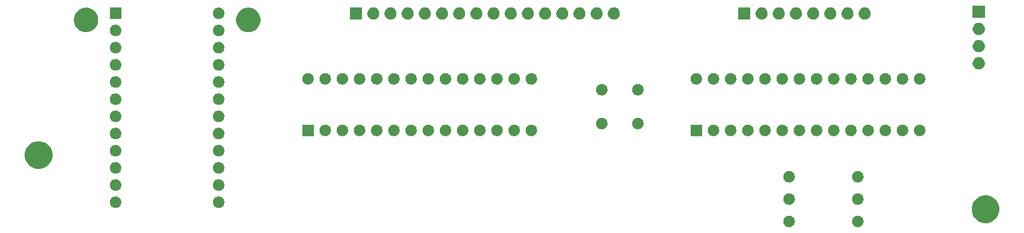
<source format=gbr>
G04 #@! TF.GenerationSoftware,KiCad,Pcbnew,(5.1.5-0-10_14)*
G04 #@! TF.CreationDate,2020-04-26T22:29:08-07:00*
G04 #@! TF.ProjectId,modelm,6d6f6465-6c6d-42e6-9b69-6361645f7063,v0.1*
G04 #@! TF.SameCoordinates,Original*
G04 #@! TF.FileFunction,Soldermask,Top*
G04 #@! TF.FilePolarity,Negative*
%FSLAX46Y46*%
G04 Gerber Fmt 4.6, Leading zero omitted, Abs format (unit mm)*
G04 Created by KiCad (PCBNEW (5.1.5-0-10_14)) date 2020-04-26 22:29:08*
%MOMM*%
%LPD*%
G04 APERTURE LIST*
%ADD10C,0.100000*%
G04 APERTURE END LIST*
D10*
G36*
X191126169Y-80969895D02*
G01*
X191281005Y-81034031D01*
X191420354Y-81127140D01*
X191538860Y-81245646D01*
X191631969Y-81384995D01*
X191696105Y-81539831D01*
X191728800Y-81704203D01*
X191728800Y-81871797D01*
X191696105Y-82036169D01*
X191631969Y-82191005D01*
X191538860Y-82330354D01*
X191420354Y-82448860D01*
X191281005Y-82541969D01*
X191126169Y-82606105D01*
X190961797Y-82638800D01*
X190794203Y-82638800D01*
X190629831Y-82606105D01*
X190474995Y-82541969D01*
X190335646Y-82448860D01*
X190217140Y-82330354D01*
X190124031Y-82191005D01*
X190059895Y-82036169D01*
X190027200Y-81871797D01*
X190027200Y-81704203D01*
X190059895Y-81539831D01*
X190124031Y-81384995D01*
X190217140Y-81245646D01*
X190335646Y-81127140D01*
X190474995Y-81034031D01*
X190629831Y-80969895D01*
X190794203Y-80937200D01*
X190961797Y-80937200D01*
X191126169Y-80969895D01*
G37*
G36*
X180966169Y-80969895D02*
G01*
X181121005Y-81034031D01*
X181260354Y-81127140D01*
X181378860Y-81245646D01*
X181471969Y-81384995D01*
X181536105Y-81539831D01*
X181568800Y-81704203D01*
X181568800Y-81871797D01*
X181536105Y-82036169D01*
X181471969Y-82191005D01*
X181378860Y-82330354D01*
X181260354Y-82448860D01*
X181121005Y-82541969D01*
X180966169Y-82606105D01*
X180801797Y-82638800D01*
X180634203Y-82638800D01*
X180469831Y-82606105D01*
X180314995Y-82541969D01*
X180175646Y-82448860D01*
X180057140Y-82330354D01*
X179964031Y-82191005D01*
X179899895Y-82036169D01*
X179867200Y-81871797D01*
X179867200Y-81704203D01*
X179899895Y-81539831D01*
X179964031Y-81384995D01*
X180057140Y-81245646D01*
X180175646Y-81127140D01*
X180314995Y-81034031D01*
X180469831Y-80969895D01*
X180634203Y-80937200D01*
X180801797Y-80937200D01*
X180966169Y-80969895D01*
G37*
G36*
X210368196Y-78018011D02*
G01*
X210741418Y-78172605D01*
X211077309Y-78397040D01*
X211362960Y-78682691D01*
X211587395Y-79018582D01*
X211741989Y-79391804D01*
X211820800Y-79788014D01*
X211820800Y-80191986D01*
X211741989Y-80588196D01*
X211587395Y-80961418D01*
X211362960Y-81297309D01*
X211077309Y-81582960D01*
X210741418Y-81807395D01*
X210368196Y-81961989D01*
X209971986Y-82040800D01*
X209568014Y-82040800D01*
X209171804Y-81961989D01*
X208798582Y-81807395D01*
X208462691Y-81582960D01*
X208177040Y-81297309D01*
X207952605Y-80961418D01*
X207798011Y-80588196D01*
X207719200Y-80191986D01*
X207719200Y-79788014D01*
X207798011Y-79391804D01*
X207952605Y-79018582D01*
X208177040Y-78682691D01*
X208462691Y-78397040D01*
X208798582Y-78172605D01*
X209171804Y-78018011D01*
X209568014Y-77939200D01*
X209971986Y-77939200D01*
X210368196Y-78018011D01*
G37*
G36*
X81398169Y-78141895D02*
G01*
X81553005Y-78206031D01*
X81692354Y-78299140D01*
X81810860Y-78417646D01*
X81903969Y-78556995D01*
X81968105Y-78711831D01*
X82000800Y-78876203D01*
X82000800Y-79043797D01*
X81968105Y-79208169D01*
X81903969Y-79363005D01*
X81810860Y-79502354D01*
X81692354Y-79620860D01*
X81553005Y-79713969D01*
X81398169Y-79778105D01*
X81233797Y-79810800D01*
X81066203Y-79810800D01*
X80901831Y-79778105D01*
X80746995Y-79713969D01*
X80607646Y-79620860D01*
X80489140Y-79502354D01*
X80396031Y-79363005D01*
X80331895Y-79208169D01*
X80299200Y-79043797D01*
X80299200Y-78876203D01*
X80331895Y-78711831D01*
X80396031Y-78556995D01*
X80489140Y-78417646D01*
X80607646Y-78299140D01*
X80746995Y-78206031D01*
X80901831Y-78141895D01*
X81066203Y-78109200D01*
X81233797Y-78109200D01*
X81398169Y-78141895D01*
G37*
G36*
X96638169Y-78141895D02*
G01*
X96793005Y-78206031D01*
X96932354Y-78299140D01*
X97050860Y-78417646D01*
X97143969Y-78556995D01*
X97208105Y-78711831D01*
X97240800Y-78876203D01*
X97240800Y-79043797D01*
X97208105Y-79208169D01*
X97143969Y-79363005D01*
X97050860Y-79502354D01*
X96932354Y-79620860D01*
X96793005Y-79713969D01*
X96638169Y-79778105D01*
X96473797Y-79810800D01*
X96306203Y-79810800D01*
X96141831Y-79778105D01*
X95986995Y-79713969D01*
X95847646Y-79620860D01*
X95729140Y-79502354D01*
X95636031Y-79363005D01*
X95571895Y-79208169D01*
X95539200Y-79043797D01*
X95539200Y-78876203D01*
X95571895Y-78711831D01*
X95636031Y-78556995D01*
X95729140Y-78417646D01*
X95847646Y-78299140D01*
X95986995Y-78206031D01*
X96141831Y-78141895D01*
X96306203Y-78109200D01*
X96473797Y-78109200D01*
X96638169Y-78141895D01*
G37*
G36*
X180966169Y-77667895D02*
G01*
X181121005Y-77732031D01*
X181260354Y-77825140D01*
X181378860Y-77943646D01*
X181471969Y-78082995D01*
X181536105Y-78237831D01*
X181568800Y-78402203D01*
X181568800Y-78569797D01*
X181536105Y-78734169D01*
X181471969Y-78889005D01*
X181378860Y-79028354D01*
X181260354Y-79146860D01*
X181121005Y-79239969D01*
X180966169Y-79304105D01*
X180801797Y-79336800D01*
X180634203Y-79336800D01*
X180469831Y-79304105D01*
X180314995Y-79239969D01*
X180175646Y-79146860D01*
X180057140Y-79028354D01*
X179964031Y-78889005D01*
X179899895Y-78734169D01*
X179867200Y-78569797D01*
X179867200Y-78402203D01*
X179899895Y-78237831D01*
X179964031Y-78082995D01*
X180057140Y-77943646D01*
X180175646Y-77825140D01*
X180314995Y-77732031D01*
X180469831Y-77667895D01*
X180634203Y-77635200D01*
X180801797Y-77635200D01*
X180966169Y-77667895D01*
G37*
G36*
X191126169Y-77667895D02*
G01*
X191281005Y-77732031D01*
X191420354Y-77825140D01*
X191538860Y-77943646D01*
X191631969Y-78082995D01*
X191696105Y-78237831D01*
X191728800Y-78402203D01*
X191728800Y-78569797D01*
X191696105Y-78734169D01*
X191631969Y-78889005D01*
X191538860Y-79028354D01*
X191420354Y-79146860D01*
X191281005Y-79239969D01*
X191126169Y-79304105D01*
X190961797Y-79336800D01*
X190794203Y-79336800D01*
X190629831Y-79304105D01*
X190474995Y-79239969D01*
X190335646Y-79146860D01*
X190217140Y-79028354D01*
X190124031Y-78889005D01*
X190059895Y-78734169D01*
X190027200Y-78569797D01*
X190027200Y-78402203D01*
X190059895Y-78237831D01*
X190124031Y-78082995D01*
X190217140Y-77943646D01*
X190335646Y-77825140D01*
X190474995Y-77732031D01*
X190629831Y-77667895D01*
X190794203Y-77635200D01*
X190961797Y-77635200D01*
X191126169Y-77667895D01*
G37*
G36*
X81398169Y-75601895D02*
G01*
X81553005Y-75666031D01*
X81692354Y-75759140D01*
X81810860Y-75877646D01*
X81903969Y-76016995D01*
X81968105Y-76171831D01*
X82000800Y-76336203D01*
X82000800Y-76503797D01*
X81968105Y-76668169D01*
X81903969Y-76823005D01*
X81810860Y-76962354D01*
X81692354Y-77080860D01*
X81553005Y-77173969D01*
X81398169Y-77238105D01*
X81233797Y-77270800D01*
X81066203Y-77270800D01*
X80901831Y-77238105D01*
X80746995Y-77173969D01*
X80607646Y-77080860D01*
X80489140Y-76962354D01*
X80396031Y-76823005D01*
X80331895Y-76668169D01*
X80299200Y-76503797D01*
X80299200Y-76336203D01*
X80331895Y-76171831D01*
X80396031Y-76016995D01*
X80489140Y-75877646D01*
X80607646Y-75759140D01*
X80746995Y-75666031D01*
X80901831Y-75601895D01*
X81066203Y-75569200D01*
X81233797Y-75569200D01*
X81398169Y-75601895D01*
G37*
G36*
X96638169Y-75601895D02*
G01*
X96793005Y-75666031D01*
X96932354Y-75759140D01*
X97050860Y-75877646D01*
X97143969Y-76016995D01*
X97208105Y-76171831D01*
X97240800Y-76336203D01*
X97240800Y-76503797D01*
X97208105Y-76668169D01*
X97143969Y-76823005D01*
X97050860Y-76962354D01*
X96932354Y-77080860D01*
X96793005Y-77173969D01*
X96638169Y-77238105D01*
X96473797Y-77270800D01*
X96306203Y-77270800D01*
X96141831Y-77238105D01*
X95986995Y-77173969D01*
X95847646Y-77080860D01*
X95729140Y-76962354D01*
X95636031Y-76823005D01*
X95571895Y-76668169D01*
X95539200Y-76503797D01*
X95539200Y-76336203D01*
X95571895Y-76171831D01*
X95636031Y-76016995D01*
X95729140Y-75877646D01*
X95847646Y-75759140D01*
X95986995Y-75666031D01*
X96141831Y-75601895D01*
X96306203Y-75569200D01*
X96473797Y-75569200D01*
X96638169Y-75601895D01*
G37*
G36*
X180966169Y-74365895D02*
G01*
X181121005Y-74430031D01*
X181260354Y-74523140D01*
X181378860Y-74641646D01*
X181471969Y-74780995D01*
X181536105Y-74935831D01*
X181568800Y-75100203D01*
X181568800Y-75267797D01*
X181536105Y-75432169D01*
X181471969Y-75587005D01*
X181378860Y-75726354D01*
X181260354Y-75844860D01*
X181121005Y-75937969D01*
X180966169Y-76002105D01*
X180801797Y-76034800D01*
X180634203Y-76034800D01*
X180469831Y-76002105D01*
X180314995Y-75937969D01*
X180175646Y-75844860D01*
X180057140Y-75726354D01*
X179964031Y-75587005D01*
X179899895Y-75432169D01*
X179867200Y-75267797D01*
X179867200Y-75100203D01*
X179899895Y-74935831D01*
X179964031Y-74780995D01*
X180057140Y-74641646D01*
X180175646Y-74523140D01*
X180314995Y-74430031D01*
X180469831Y-74365895D01*
X180634203Y-74333200D01*
X180801797Y-74333200D01*
X180966169Y-74365895D01*
G37*
G36*
X191126169Y-74365895D02*
G01*
X191281005Y-74430031D01*
X191420354Y-74523140D01*
X191538860Y-74641646D01*
X191631969Y-74780995D01*
X191696105Y-74935831D01*
X191728800Y-75100203D01*
X191728800Y-75267797D01*
X191696105Y-75432169D01*
X191631969Y-75587005D01*
X191538860Y-75726354D01*
X191420354Y-75844860D01*
X191281005Y-75937969D01*
X191126169Y-76002105D01*
X190961797Y-76034800D01*
X190794203Y-76034800D01*
X190629831Y-76002105D01*
X190474995Y-75937969D01*
X190335646Y-75844860D01*
X190217140Y-75726354D01*
X190124031Y-75587005D01*
X190059895Y-75432169D01*
X190027200Y-75267797D01*
X190027200Y-75100203D01*
X190059895Y-74935831D01*
X190124031Y-74780995D01*
X190217140Y-74641646D01*
X190335646Y-74523140D01*
X190474995Y-74430031D01*
X190629831Y-74365895D01*
X190794203Y-74333200D01*
X190961797Y-74333200D01*
X191126169Y-74365895D01*
G37*
G36*
X96638169Y-73061895D02*
G01*
X96793005Y-73126031D01*
X96932354Y-73219140D01*
X97050860Y-73337646D01*
X97143969Y-73476995D01*
X97208105Y-73631831D01*
X97240800Y-73796203D01*
X97240800Y-73963797D01*
X97208105Y-74128169D01*
X97143969Y-74283005D01*
X97050860Y-74422354D01*
X96932354Y-74540860D01*
X96793005Y-74633969D01*
X96638169Y-74698105D01*
X96473797Y-74730800D01*
X96306203Y-74730800D01*
X96141831Y-74698105D01*
X95986995Y-74633969D01*
X95847646Y-74540860D01*
X95729140Y-74422354D01*
X95636031Y-74283005D01*
X95571895Y-74128169D01*
X95539200Y-73963797D01*
X95539200Y-73796203D01*
X95571895Y-73631831D01*
X95636031Y-73476995D01*
X95729140Y-73337646D01*
X95847646Y-73219140D01*
X95986995Y-73126031D01*
X96141831Y-73061895D01*
X96306203Y-73029200D01*
X96473797Y-73029200D01*
X96638169Y-73061895D01*
G37*
G36*
X81398169Y-73061895D02*
G01*
X81553005Y-73126031D01*
X81692354Y-73219140D01*
X81810860Y-73337646D01*
X81903969Y-73476995D01*
X81968105Y-73631831D01*
X82000800Y-73796203D01*
X82000800Y-73963797D01*
X81968105Y-74128169D01*
X81903969Y-74283005D01*
X81810860Y-74422354D01*
X81692354Y-74540860D01*
X81553005Y-74633969D01*
X81398169Y-74698105D01*
X81233797Y-74730800D01*
X81066203Y-74730800D01*
X80901831Y-74698105D01*
X80746995Y-74633969D01*
X80607646Y-74540860D01*
X80489140Y-74422354D01*
X80396031Y-74283005D01*
X80331895Y-74128169D01*
X80299200Y-73963797D01*
X80299200Y-73796203D01*
X80331895Y-73631831D01*
X80396031Y-73476995D01*
X80489140Y-73337646D01*
X80607646Y-73219140D01*
X80746995Y-73126031D01*
X80901831Y-73061895D01*
X81066203Y-73029200D01*
X81233797Y-73029200D01*
X81398169Y-73061895D01*
G37*
G36*
X70368196Y-70018011D02*
G01*
X70741418Y-70172605D01*
X71077309Y-70397040D01*
X71362960Y-70682691D01*
X71587395Y-71018582D01*
X71741989Y-71391804D01*
X71820800Y-71788014D01*
X71820800Y-72191986D01*
X71741989Y-72588196D01*
X71587395Y-72961418D01*
X71362960Y-73297309D01*
X71077309Y-73582960D01*
X70741418Y-73807395D01*
X70368196Y-73961989D01*
X69971986Y-74040800D01*
X69568014Y-74040800D01*
X69171804Y-73961989D01*
X68798582Y-73807395D01*
X68462691Y-73582960D01*
X68177040Y-73297309D01*
X67952605Y-72961418D01*
X67798011Y-72588196D01*
X67719200Y-72191986D01*
X67719200Y-71788014D01*
X67798011Y-71391804D01*
X67952605Y-71018582D01*
X68177040Y-70682691D01*
X68462691Y-70397040D01*
X68798582Y-70172605D01*
X69171804Y-70018011D01*
X69568014Y-69939200D01*
X69971986Y-69939200D01*
X70368196Y-70018011D01*
G37*
G36*
X96638169Y-70521895D02*
G01*
X96793005Y-70586031D01*
X96932354Y-70679140D01*
X97050860Y-70797646D01*
X97143969Y-70936995D01*
X97208105Y-71091831D01*
X97240800Y-71256203D01*
X97240800Y-71423797D01*
X97208105Y-71588169D01*
X97143969Y-71743005D01*
X97050860Y-71882354D01*
X96932354Y-72000860D01*
X96793005Y-72093969D01*
X96638169Y-72158105D01*
X96473797Y-72190800D01*
X96306203Y-72190800D01*
X96141831Y-72158105D01*
X95986995Y-72093969D01*
X95847646Y-72000860D01*
X95729140Y-71882354D01*
X95636031Y-71743005D01*
X95571895Y-71588169D01*
X95539200Y-71423797D01*
X95539200Y-71256203D01*
X95571895Y-71091831D01*
X95636031Y-70936995D01*
X95729140Y-70797646D01*
X95847646Y-70679140D01*
X95986995Y-70586031D01*
X96141831Y-70521895D01*
X96306203Y-70489200D01*
X96473797Y-70489200D01*
X96638169Y-70521895D01*
G37*
G36*
X81398169Y-70521895D02*
G01*
X81553005Y-70586031D01*
X81692354Y-70679140D01*
X81810860Y-70797646D01*
X81903969Y-70936995D01*
X81968105Y-71091831D01*
X82000800Y-71256203D01*
X82000800Y-71423797D01*
X81968105Y-71588169D01*
X81903969Y-71743005D01*
X81810860Y-71882354D01*
X81692354Y-72000860D01*
X81553005Y-72093969D01*
X81398169Y-72158105D01*
X81233797Y-72190800D01*
X81066203Y-72190800D01*
X80901831Y-72158105D01*
X80746995Y-72093969D01*
X80607646Y-72000860D01*
X80489140Y-71882354D01*
X80396031Y-71743005D01*
X80331895Y-71588169D01*
X80299200Y-71423797D01*
X80299200Y-71256203D01*
X80331895Y-71091831D01*
X80396031Y-70936995D01*
X80489140Y-70797646D01*
X80607646Y-70679140D01*
X80746995Y-70586031D01*
X80901831Y-70521895D01*
X81066203Y-70489200D01*
X81233797Y-70489200D01*
X81398169Y-70521895D01*
G37*
G36*
X96638169Y-67981895D02*
G01*
X96793005Y-68046031D01*
X96932354Y-68139140D01*
X97050860Y-68257646D01*
X97143969Y-68396995D01*
X97208105Y-68551831D01*
X97240800Y-68716203D01*
X97240800Y-68883797D01*
X97208105Y-69048169D01*
X97143969Y-69203005D01*
X97050860Y-69342354D01*
X96932354Y-69460860D01*
X96793005Y-69553969D01*
X96638169Y-69618105D01*
X96473797Y-69650800D01*
X96306203Y-69650800D01*
X96141831Y-69618105D01*
X95986995Y-69553969D01*
X95847646Y-69460860D01*
X95729140Y-69342354D01*
X95636031Y-69203005D01*
X95571895Y-69048169D01*
X95539200Y-68883797D01*
X95539200Y-68716203D01*
X95571895Y-68551831D01*
X95636031Y-68396995D01*
X95729140Y-68257646D01*
X95847646Y-68139140D01*
X95986995Y-68046031D01*
X96141831Y-67981895D01*
X96306203Y-67949200D01*
X96473797Y-67949200D01*
X96638169Y-67981895D01*
G37*
G36*
X81398169Y-67981895D02*
G01*
X81553005Y-68046031D01*
X81692354Y-68139140D01*
X81810860Y-68257646D01*
X81903969Y-68396995D01*
X81968105Y-68551831D01*
X82000800Y-68716203D01*
X82000800Y-68883797D01*
X81968105Y-69048169D01*
X81903969Y-69203005D01*
X81810860Y-69342354D01*
X81692354Y-69460860D01*
X81553005Y-69553969D01*
X81398169Y-69618105D01*
X81233797Y-69650800D01*
X81066203Y-69650800D01*
X80901831Y-69618105D01*
X80746995Y-69553969D01*
X80607646Y-69460860D01*
X80489140Y-69342354D01*
X80396031Y-69203005D01*
X80331895Y-69048169D01*
X80299200Y-68883797D01*
X80299200Y-68716203D01*
X80331895Y-68551831D01*
X80396031Y-68396995D01*
X80489140Y-68257646D01*
X80607646Y-68139140D01*
X80746995Y-68046031D01*
X80901831Y-67981895D01*
X81066203Y-67949200D01*
X81233797Y-67949200D01*
X81398169Y-67981895D01*
G37*
G36*
X132706169Y-67507895D02*
G01*
X132861005Y-67572031D01*
X133000354Y-67665140D01*
X133118860Y-67783646D01*
X133211969Y-67922995D01*
X133276105Y-68077831D01*
X133308800Y-68242203D01*
X133308800Y-68409797D01*
X133276105Y-68574169D01*
X133211969Y-68729005D01*
X133118860Y-68868354D01*
X133000354Y-68986860D01*
X132861005Y-69079969D01*
X132706169Y-69144105D01*
X132541797Y-69176800D01*
X132374203Y-69176800D01*
X132209831Y-69144105D01*
X132054995Y-69079969D01*
X131915646Y-68986860D01*
X131797140Y-68868354D01*
X131704031Y-68729005D01*
X131639895Y-68574169D01*
X131607200Y-68409797D01*
X131607200Y-68242203D01*
X131639895Y-68077831D01*
X131704031Y-67922995D01*
X131797140Y-67783646D01*
X131915646Y-67665140D01*
X132054995Y-67572031D01*
X132209831Y-67507895D01*
X132374203Y-67475200D01*
X132541797Y-67475200D01*
X132706169Y-67507895D01*
G37*
G36*
X130166169Y-67507895D02*
G01*
X130321005Y-67572031D01*
X130460354Y-67665140D01*
X130578860Y-67783646D01*
X130671969Y-67922995D01*
X130736105Y-68077831D01*
X130768800Y-68242203D01*
X130768800Y-68409797D01*
X130736105Y-68574169D01*
X130671969Y-68729005D01*
X130578860Y-68868354D01*
X130460354Y-68986860D01*
X130321005Y-69079969D01*
X130166169Y-69144105D01*
X130001797Y-69176800D01*
X129834203Y-69176800D01*
X129669831Y-69144105D01*
X129514995Y-69079969D01*
X129375646Y-68986860D01*
X129257140Y-68868354D01*
X129164031Y-68729005D01*
X129099895Y-68574169D01*
X129067200Y-68409797D01*
X129067200Y-68242203D01*
X129099895Y-68077831D01*
X129164031Y-67922995D01*
X129257140Y-67783646D01*
X129375646Y-67665140D01*
X129514995Y-67572031D01*
X129669831Y-67507895D01*
X129834203Y-67475200D01*
X130001797Y-67475200D01*
X130166169Y-67507895D01*
G37*
G36*
X127626169Y-67507895D02*
G01*
X127781005Y-67572031D01*
X127920354Y-67665140D01*
X128038860Y-67783646D01*
X128131969Y-67922995D01*
X128196105Y-68077831D01*
X128228800Y-68242203D01*
X128228800Y-68409797D01*
X128196105Y-68574169D01*
X128131969Y-68729005D01*
X128038860Y-68868354D01*
X127920354Y-68986860D01*
X127781005Y-69079969D01*
X127626169Y-69144105D01*
X127461797Y-69176800D01*
X127294203Y-69176800D01*
X127129831Y-69144105D01*
X126974995Y-69079969D01*
X126835646Y-68986860D01*
X126717140Y-68868354D01*
X126624031Y-68729005D01*
X126559895Y-68574169D01*
X126527200Y-68409797D01*
X126527200Y-68242203D01*
X126559895Y-68077831D01*
X126624031Y-67922995D01*
X126717140Y-67783646D01*
X126835646Y-67665140D01*
X126974995Y-67572031D01*
X127129831Y-67507895D01*
X127294203Y-67475200D01*
X127461797Y-67475200D01*
X127626169Y-67507895D01*
G37*
G36*
X125086169Y-67507895D02*
G01*
X125241005Y-67572031D01*
X125380354Y-67665140D01*
X125498860Y-67783646D01*
X125591969Y-67922995D01*
X125656105Y-68077831D01*
X125688800Y-68242203D01*
X125688800Y-68409797D01*
X125656105Y-68574169D01*
X125591969Y-68729005D01*
X125498860Y-68868354D01*
X125380354Y-68986860D01*
X125241005Y-69079969D01*
X125086169Y-69144105D01*
X124921797Y-69176800D01*
X124754203Y-69176800D01*
X124589831Y-69144105D01*
X124434995Y-69079969D01*
X124295646Y-68986860D01*
X124177140Y-68868354D01*
X124084031Y-68729005D01*
X124019895Y-68574169D01*
X123987200Y-68409797D01*
X123987200Y-68242203D01*
X124019895Y-68077831D01*
X124084031Y-67922995D01*
X124177140Y-67783646D01*
X124295646Y-67665140D01*
X124434995Y-67572031D01*
X124589831Y-67507895D01*
X124754203Y-67475200D01*
X124921797Y-67475200D01*
X125086169Y-67507895D01*
G37*
G36*
X122546169Y-67507895D02*
G01*
X122701005Y-67572031D01*
X122840354Y-67665140D01*
X122958860Y-67783646D01*
X123051969Y-67922995D01*
X123116105Y-68077831D01*
X123148800Y-68242203D01*
X123148800Y-68409797D01*
X123116105Y-68574169D01*
X123051969Y-68729005D01*
X122958860Y-68868354D01*
X122840354Y-68986860D01*
X122701005Y-69079969D01*
X122546169Y-69144105D01*
X122381797Y-69176800D01*
X122214203Y-69176800D01*
X122049831Y-69144105D01*
X121894995Y-69079969D01*
X121755646Y-68986860D01*
X121637140Y-68868354D01*
X121544031Y-68729005D01*
X121479895Y-68574169D01*
X121447200Y-68409797D01*
X121447200Y-68242203D01*
X121479895Y-68077831D01*
X121544031Y-67922995D01*
X121637140Y-67783646D01*
X121755646Y-67665140D01*
X121894995Y-67572031D01*
X122049831Y-67507895D01*
X122214203Y-67475200D01*
X122381797Y-67475200D01*
X122546169Y-67507895D01*
G37*
G36*
X120006169Y-67507895D02*
G01*
X120161005Y-67572031D01*
X120300354Y-67665140D01*
X120418860Y-67783646D01*
X120511969Y-67922995D01*
X120576105Y-68077831D01*
X120608800Y-68242203D01*
X120608800Y-68409797D01*
X120576105Y-68574169D01*
X120511969Y-68729005D01*
X120418860Y-68868354D01*
X120300354Y-68986860D01*
X120161005Y-69079969D01*
X120006169Y-69144105D01*
X119841797Y-69176800D01*
X119674203Y-69176800D01*
X119509831Y-69144105D01*
X119354995Y-69079969D01*
X119215646Y-68986860D01*
X119097140Y-68868354D01*
X119004031Y-68729005D01*
X118939895Y-68574169D01*
X118907200Y-68409797D01*
X118907200Y-68242203D01*
X118939895Y-68077831D01*
X119004031Y-67922995D01*
X119097140Y-67783646D01*
X119215646Y-67665140D01*
X119354995Y-67572031D01*
X119509831Y-67507895D01*
X119674203Y-67475200D01*
X119841797Y-67475200D01*
X120006169Y-67507895D01*
G37*
G36*
X117466169Y-67507895D02*
G01*
X117621005Y-67572031D01*
X117760354Y-67665140D01*
X117878860Y-67783646D01*
X117971969Y-67922995D01*
X118036105Y-68077831D01*
X118068800Y-68242203D01*
X118068800Y-68409797D01*
X118036105Y-68574169D01*
X117971969Y-68729005D01*
X117878860Y-68868354D01*
X117760354Y-68986860D01*
X117621005Y-69079969D01*
X117466169Y-69144105D01*
X117301797Y-69176800D01*
X117134203Y-69176800D01*
X116969831Y-69144105D01*
X116814995Y-69079969D01*
X116675646Y-68986860D01*
X116557140Y-68868354D01*
X116464031Y-68729005D01*
X116399895Y-68574169D01*
X116367200Y-68409797D01*
X116367200Y-68242203D01*
X116399895Y-68077831D01*
X116464031Y-67922995D01*
X116557140Y-67783646D01*
X116675646Y-67665140D01*
X116814995Y-67572031D01*
X116969831Y-67507895D01*
X117134203Y-67475200D01*
X117301797Y-67475200D01*
X117466169Y-67507895D01*
G37*
G36*
X114926169Y-67507895D02*
G01*
X115081005Y-67572031D01*
X115220354Y-67665140D01*
X115338860Y-67783646D01*
X115431969Y-67922995D01*
X115496105Y-68077831D01*
X115528800Y-68242203D01*
X115528800Y-68409797D01*
X115496105Y-68574169D01*
X115431969Y-68729005D01*
X115338860Y-68868354D01*
X115220354Y-68986860D01*
X115081005Y-69079969D01*
X114926169Y-69144105D01*
X114761797Y-69176800D01*
X114594203Y-69176800D01*
X114429831Y-69144105D01*
X114274995Y-69079969D01*
X114135646Y-68986860D01*
X114017140Y-68868354D01*
X113924031Y-68729005D01*
X113859895Y-68574169D01*
X113827200Y-68409797D01*
X113827200Y-68242203D01*
X113859895Y-68077831D01*
X113924031Y-67922995D01*
X114017140Y-67783646D01*
X114135646Y-67665140D01*
X114274995Y-67572031D01*
X114429831Y-67507895D01*
X114594203Y-67475200D01*
X114761797Y-67475200D01*
X114926169Y-67507895D01*
G37*
G36*
X112386169Y-67507895D02*
G01*
X112541005Y-67572031D01*
X112680354Y-67665140D01*
X112798860Y-67783646D01*
X112891969Y-67922995D01*
X112956105Y-68077831D01*
X112988800Y-68242203D01*
X112988800Y-68409797D01*
X112956105Y-68574169D01*
X112891969Y-68729005D01*
X112798860Y-68868354D01*
X112680354Y-68986860D01*
X112541005Y-69079969D01*
X112386169Y-69144105D01*
X112221797Y-69176800D01*
X112054203Y-69176800D01*
X111889831Y-69144105D01*
X111734995Y-69079969D01*
X111595646Y-68986860D01*
X111477140Y-68868354D01*
X111384031Y-68729005D01*
X111319895Y-68574169D01*
X111287200Y-68409797D01*
X111287200Y-68242203D01*
X111319895Y-68077831D01*
X111384031Y-67922995D01*
X111477140Y-67783646D01*
X111595646Y-67665140D01*
X111734995Y-67572031D01*
X111889831Y-67507895D01*
X112054203Y-67475200D01*
X112221797Y-67475200D01*
X112386169Y-67507895D01*
G37*
G36*
X110448800Y-69176800D02*
G01*
X108747200Y-69176800D01*
X108747200Y-67475200D01*
X110448800Y-67475200D01*
X110448800Y-69176800D01*
G37*
G36*
X135246169Y-67507895D02*
G01*
X135401005Y-67572031D01*
X135540354Y-67665140D01*
X135658860Y-67783646D01*
X135751969Y-67922995D01*
X135816105Y-68077831D01*
X135848800Y-68242203D01*
X135848800Y-68409797D01*
X135816105Y-68574169D01*
X135751969Y-68729005D01*
X135658860Y-68868354D01*
X135540354Y-68986860D01*
X135401005Y-69079969D01*
X135246169Y-69144105D01*
X135081797Y-69176800D01*
X134914203Y-69176800D01*
X134749831Y-69144105D01*
X134594995Y-69079969D01*
X134455646Y-68986860D01*
X134337140Y-68868354D01*
X134244031Y-68729005D01*
X134179895Y-68574169D01*
X134147200Y-68409797D01*
X134147200Y-68242203D01*
X134179895Y-68077831D01*
X134244031Y-67922995D01*
X134337140Y-67783646D01*
X134455646Y-67665140D01*
X134594995Y-67572031D01*
X134749831Y-67507895D01*
X134914203Y-67475200D01*
X135081797Y-67475200D01*
X135246169Y-67507895D01*
G37*
G36*
X137786169Y-67507895D02*
G01*
X137941005Y-67572031D01*
X138080354Y-67665140D01*
X138198860Y-67783646D01*
X138291969Y-67922995D01*
X138356105Y-68077831D01*
X138388800Y-68242203D01*
X138388800Y-68409797D01*
X138356105Y-68574169D01*
X138291969Y-68729005D01*
X138198860Y-68868354D01*
X138080354Y-68986860D01*
X137941005Y-69079969D01*
X137786169Y-69144105D01*
X137621797Y-69176800D01*
X137454203Y-69176800D01*
X137289831Y-69144105D01*
X137134995Y-69079969D01*
X136995646Y-68986860D01*
X136877140Y-68868354D01*
X136784031Y-68729005D01*
X136719895Y-68574169D01*
X136687200Y-68409797D01*
X136687200Y-68242203D01*
X136719895Y-68077831D01*
X136784031Y-67922995D01*
X136877140Y-67783646D01*
X136995646Y-67665140D01*
X137134995Y-67572031D01*
X137289831Y-67507895D01*
X137454203Y-67475200D01*
X137621797Y-67475200D01*
X137786169Y-67507895D01*
G37*
G36*
X140326169Y-67507895D02*
G01*
X140481005Y-67572031D01*
X140620354Y-67665140D01*
X140738860Y-67783646D01*
X140831969Y-67922995D01*
X140896105Y-68077831D01*
X140928800Y-68242203D01*
X140928800Y-68409797D01*
X140896105Y-68574169D01*
X140831969Y-68729005D01*
X140738860Y-68868354D01*
X140620354Y-68986860D01*
X140481005Y-69079969D01*
X140326169Y-69144105D01*
X140161797Y-69176800D01*
X139994203Y-69176800D01*
X139829831Y-69144105D01*
X139674995Y-69079969D01*
X139535646Y-68986860D01*
X139417140Y-68868354D01*
X139324031Y-68729005D01*
X139259895Y-68574169D01*
X139227200Y-68409797D01*
X139227200Y-68242203D01*
X139259895Y-68077831D01*
X139324031Y-67922995D01*
X139417140Y-67783646D01*
X139535646Y-67665140D01*
X139674995Y-67572031D01*
X139829831Y-67507895D01*
X139994203Y-67475200D01*
X140161797Y-67475200D01*
X140326169Y-67507895D01*
G37*
G36*
X142866169Y-67507895D02*
G01*
X143021005Y-67572031D01*
X143160354Y-67665140D01*
X143278860Y-67783646D01*
X143371969Y-67922995D01*
X143436105Y-68077831D01*
X143468800Y-68242203D01*
X143468800Y-68409797D01*
X143436105Y-68574169D01*
X143371969Y-68729005D01*
X143278860Y-68868354D01*
X143160354Y-68986860D01*
X143021005Y-69079969D01*
X142866169Y-69144105D01*
X142701797Y-69176800D01*
X142534203Y-69176800D01*
X142369831Y-69144105D01*
X142214995Y-69079969D01*
X142075646Y-68986860D01*
X141957140Y-68868354D01*
X141864031Y-68729005D01*
X141799895Y-68574169D01*
X141767200Y-68409797D01*
X141767200Y-68242203D01*
X141799895Y-68077831D01*
X141864031Y-67922995D01*
X141957140Y-67783646D01*
X142075646Y-67665140D01*
X142214995Y-67572031D01*
X142369831Y-67507895D01*
X142534203Y-67475200D01*
X142701797Y-67475200D01*
X142866169Y-67507895D01*
G37*
G36*
X200270169Y-67507895D02*
G01*
X200425005Y-67572031D01*
X200564354Y-67665140D01*
X200682860Y-67783646D01*
X200775969Y-67922995D01*
X200840105Y-68077831D01*
X200872800Y-68242203D01*
X200872800Y-68409797D01*
X200840105Y-68574169D01*
X200775969Y-68729005D01*
X200682860Y-68868354D01*
X200564354Y-68986860D01*
X200425005Y-69079969D01*
X200270169Y-69144105D01*
X200105797Y-69176800D01*
X199938203Y-69176800D01*
X199773831Y-69144105D01*
X199618995Y-69079969D01*
X199479646Y-68986860D01*
X199361140Y-68868354D01*
X199268031Y-68729005D01*
X199203895Y-68574169D01*
X199171200Y-68409797D01*
X199171200Y-68242203D01*
X199203895Y-68077831D01*
X199268031Y-67922995D01*
X199361140Y-67783646D01*
X199479646Y-67665140D01*
X199618995Y-67572031D01*
X199773831Y-67507895D01*
X199938203Y-67475200D01*
X200105797Y-67475200D01*
X200270169Y-67507895D01*
G37*
G36*
X197730169Y-67507895D02*
G01*
X197885005Y-67572031D01*
X198024354Y-67665140D01*
X198142860Y-67783646D01*
X198235969Y-67922995D01*
X198300105Y-68077831D01*
X198332800Y-68242203D01*
X198332800Y-68409797D01*
X198300105Y-68574169D01*
X198235969Y-68729005D01*
X198142860Y-68868354D01*
X198024354Y-68986860D01*
X197885005Y-69079969D01*
X197730169Y-69144105D01*
X197565797Y-69176800D01*
X197398203Y-69176800D01*
X197233831Y-69144105D01*
X197078995Y-69079969D01*
X196939646Y-68986860D01*
X196821140Y-68868354D01*
X196728031Y-68729005D01*
X196663895Y-68574169D01*
X196631200Y-68409797D01*
X196631200Y-68242203D01*
X196663895Y-68077831D01*
X196728031Y-67922995D01*
X196821140Y-67783646D01*
X196939646Y-67665140D01*
X197078995Y-67572031D01*
X197233831Y-67507895D01*
X197398203Y-67475200D01*
X197565797Y-67475200D01*
X197730169Y-67507895D01*
G37*
G36*
X195190169Y-67507895D02*
G01*
X195345005Y-67572031D01*
X195484354Y-67665140D01*
X195602860Y-67783646D01*
X195695969Y-67922995D01*
X195760105Y-68077831D01*
X195792800Y-68242203D01*
X195792800Y-68409797D01*
X195760105Y-68574169D01*
X195695969Y-68729005D01*
X195602860Y-68868354D01*
X195484354Y-68986860D01*
X195345005Y-69079969D01*
X195190169Y-69144105D01*
X195025797Y-69176800D01*
X194858203Y-69176800D01*
X194693831Y-69144105D01*
X194538995Y-69079969D01*
X194399646Y-68986860D01*
X194281140Y-68868354D01*
X194188031Y-68729005D01*
X194123895Y-68574169D01*
X194091200Y-68409797D01*
X194091200Y-68242203D01*
X194123895Y-68077831D01*
X194188031Y-67922995D01*
X194281140Y-67783646D01*
X194399646Y-67665140D01*
X194538995Y-67572031D01*
X194693831Y-67507895D01*
X194858203Y-67475200D01*
X195025797Y-67475200D01*
X195190169Y-67507895D01*
G37*
G36*
X192650169Y-67507895D02*
G01*
X192805005Y-67572031D01*
X192944354Y-67665140D01*
X193062860Y-67783646D01*
X193155969Y-67922995D01*
X193220105Y-68077831D01*
X193252800Y-68242203D01*
X193252800Y-68409797D01*
X193220105Y-68574169D01*
X193155969Y-68729005D01*
X193062860Y-68868354D01*
X192944354Y-68986860D01*
X192805005Y-69079969D01*
X192650169Y-69144105D01*
X192485797Y-69176800D01*
X192318203Y-69176800D01*
X192153831Y-69144105D01*
X191998995Y-69079969D01*
X191859646Y-68986860D01*
X191741140Y-68868354D01*
X191648031Y-68729005D01*
X191583895Y-68574169D01*
X191551200Y-68409797D01*
X191551200Y-68242203D01*
X191583895Y-68077831D01*
X191648031Y-67922995D01*
X191741140Y-67783646D01*
X191859646Y-67665140D01*
X191998995Y-67572031D01*
X192153831Y-67507895D01*
X192318203Y-67475200D01*
X192485797Y-67475200D01*
X192650169Y-67507895D01*
G37*
G36*
X190110169Y-67507895D02*
G01*
X190265005Y-67572031D01*
X190404354Y-67665140D01*
X190522860Y-67783646D01*
X190615969Y-67922995D01*
X190680105Y-68077831D01*
X190712800Y-68242203D01*
X190712800Y-68409797D01*
X190680105Y-68574169D01*
X190615969Y-68729005D01*
X190522860Y-68868354D01*
X190404354Y-68986860D01*
X190265005Y-69079969D01*
X190110169Y-69144105D01*
X189945797Y-69176800D01*
X189778203Y-69176800D01*
X189613831Y-69144105D01*
X189458995Y-69079969D01*
X189319646Y-68986860D01*
X189201140Y-68868354D01*
X189108031Y-68729005D01*
X189043895Y-68574169D01*
X189011200Y-68409797D01*
X189011200Y-68242203D01*
X189043895Y-68077831D01*
X189108031Y-67922995D01*
X189201140Y-67783646D01*
X189319646Y-67665140D01*
X189458995Y-67572031D01*
X189613831Y-67507895D01*
X189778203Y-67475200D01*
X189945797Y-67475200D01*
X190110169Y-67507895D01*
G37*
G36*
X187570169Y-67507895D02*
G01*
X187725005Y-67572031D01*
X187864354Y-67665140D01*
X187982860Y-67783646D01*
X188075969Y-67922995D01*
X188140105Y-68077831D01*
X188172800Y-68242203D01*
X188172800Y-68409797D01*
X188140105Y-68574169D01*
X188075969Y-68729005D01*
X187982860Y-68868354D01*
X187864354Y-68986860D01*
X187725005Y-69079969D01*
X187570169Y-69144105D01*
X187405797Y-69176800D01*
X187238203Y-69176800D01*
X187073831Y-69144105D01*
X186918995Y-69079969D01*
X186779646Y-68986860D01*
X186661140Y-68868354D01*
X186568031Y-68729005D01*
X186503895Y-68574169D01*
X186471200Y-68409797D01*
X186471200Y-68242203D01*
X186503895Y-68077831D01*
X186568031Y-67922995D01*
X186661140Y-67783646D01*
X186779646Y-67665140D01*
X186918995Y-67572031D01*
X187073831Y-67507895D01*
X187238203Y-67475200D01*
X187405797Y-67475200D01*
X187570169Y-67507895D01*
G37*
G36*
X185030169Y-67507895D02*
G01*
X185185005Y-67572031D01*
X185324354Y-67665140D01*
X185442860Y-67783646D01*
X185535969Y-67922995D01*
X185600105Y-68077831D01*
X185632800Y-68242203D01*
X185632800Y-68409797D01*
X185600105Y-68574169D01*
X185535969Y-68729005D01*
X185442860Y-68868354D01*
X185324354Y-68986860D01*
X185185005Y-69079969D01*
X185030169Y-69144105D01*
X184865797Y-69176800D01*
X184698203Y-69176800D01*
X184533831Y-69144105D01*
X184378995Y-69079969D01*
X184239646Y-68986860D01*
X184121140Y-68868354D01*
X184028031Y-68729005D01*
X183963895Y-68574169D01*
X183931200Y-68409797D01*
X183931200Y-68242203D01*
X183963895Y-68077831D01*
X184028031Y-67922995D01*
X184121140Y-67783646D01*
X184239646Y-67665140D01*
X184378995Y-67572031D01*
X184533831Y-67507895D01*
X184698203Y-67475200D01*
X184865797Y-67475200D01*
X185030169Y-67507895D01*
G37*
G36*
X182490169Y-67507895D02*
G01*
X182645005Y-67572031D01*
X182784354Y-67665140D01*
X182902860Y-67783646D01*
X182995969Y-67922995D01*
X183060105Y-68077831D01*
X183092800Y-68242203D01*
X183092800Y-68409797D01*
X183060105Y-68574169D01*
X182995969Y-68729005D01*
X182902860Y-68868354D01*
X182784354Y-68986860D01*
X182645005Y-69079969D01*
X182490169Y-69144105D01*
X182325797Y-69176800D01*
X182158203Y-69176800D01*
X181993831Y-69144105D01*
X181838995Y-69079969D01*
X181699646Y-68986860D01*
X181581140Y-68868354D01*
X181488031Y-68729005D01*
X181423895Y-68574169D01*
X181391200Y-68409797D01*
X181391200Y-68242203D01*
X181423895Y-68077831D01*
X181488031Y-67922995D01*
X181581140Y-67783646D01*
X181699646Y-67665140D01*
X181838995Y-67572031D01*
X181993831Y-67507895D01*
X182158203Y-67475200D01*
X182325797Y-67475200D01*
X182490169Y-67507895D01*
G37*
G36*
X179950169Y-67507895D02*
G01*
X180105005Y-67572031D01*
X180244354Y-67665140D01*
X180362860Y-67783646D01*
X180455969Y-67922995D01*
X180520105Y-68077831D01*
X180552800Y-68242203D01*
X180552800Y-68409797D01*
X180520105Y-68574169D01*
X180455969Y-68729005D01*
X180362860Y-68868354D01*
X180244354Y-68986860D01*
X180105005Y-69079969D01*
X179950169Y-69144105D01*
X179785797Y-69176800D01*
X179618203Y-69176800D01*
X179453831Y-69144105D01*
X179298995Y-69079969D01*
X179159646Y-68986860D01*
X179041140Y-68868354D01*
X178948031Y-68729005D01*
X178883895Y-68574169D01*
X178851200Y-68409797D01*
X178851200Y-68242203D01*
X178883895Y-68077831D01*
X178948031Y-67922995D01*
X179041140Y-67783646D01*
X179159646Y-67665140D01*
X179298995Y-67572031D01*
X179453831Y-67507895D01*
X179618203Y-67475200D01*
X179785797Y-67475200D01*
X179950169Y-67507895D01*
G37*
G36*
X177410169Y-67507895D02*
G01*
X177565005Y-67572031D01*
X177704354Y-67665140D01*
X177822860Y-67783646D01*
X177915969Y-67922995D01*
X177980105Y-68077831D01*
X178012800Y-68242203D01*
X178012800Y-68409797D01*
X177980105Y-68574169D01*
X177915969Y-68729005D01*
X177822860Y-68868354D01*
X177704354Y-68986860D01*
X177565005Y-69079969D01*
X177410169Y-69144105D01*
X177245797Y-69176800D01*
X177078203Y-69176800D01*
X176913831Y-69144105D01*
X176758995Y-69079969D01*
X176619646Y-68986860D01*
X176501140Y-68868354D01*
X176408031Y-68729005D01*
X176343895Y-68574169D01*
X176311200Y-68409797D01*
X176311200Y-68242203D01*
X176343895Y-68077831D01*
X176408031Y-67922995D01*
X176501140Y-67783646D01*
X176619646Y-67665140D01*
X176758995Y-67572031D01*
X176913831Y-67507895D01*
X177078203Y-67475200D01*
X177245797Y-67475200D01*
X177410169Y-67507895D01*
G37*
G36*
X174870169Y-67507895D02*
G01*
X175025005Y-67572031D01*
X175164354Y-67665140D01*
X175282860Y-67783646D01*
X175375969Y-67922995D01*
X175440105Y-68077831D01*
X175472800Y-68242203D01*
X175472800Y-68409797D01*
X175440105Y-68574169D01*
X175375969Y-68729005D01*
X175282860Y-68868354D01*
X175164354Y-68986860D01*
X175025005Y-69079969D01*
X174870169Y-69144105D01*
X174705797Y-69176800D01*
X174538203Y-69176800D01*
X174373831Y-69144105D01*
X174218995Y-69079969D01*
X174079646Y-68986860D01*
X173961140Y-68868354D01*
X173868031Y-68729005D01*
X173803895Y-68574169D01*
X173771200Y-68409797D01*
X173771200Y-68242203D01*
X173803895Y-68077831D01*
X173868031Y-67922995D01*
X173961140Y-67783646D01*
X174079646Y-67665140D01*
X174218995Y-67572031D01*
X174373831Y-67507895D01*
X174538203Y-67475200D01*
X174705797Y-67475200D01*
X174870169Y-67507895D01*
G37*
G36*
X172330169Y-67507895D02*
G01*
X172485005Y-67572031D01*
X172624354Y-67665140D01*
X172742860Y-67783646D01*
X172835969Y-67922995D01*
X172900105Y-68077831D01*
X172932800Y-68242203D01*
X172932800Y-68409797D01*
X172900105Y-68574169D01*
X172835969Y-68729005D01*
X172742860Y-68868354D01*
X172624354Y-68986860D01*
X172485005Y-69079969D01*
X172330169Y-69144105D01*
X172165797Y-69176800D01*
X171998203Y-69176800D01*
X171833831Y-69144105D01*
X171678995Y-69079969D01*
X171539646Y-68986860D01*
X171421140Y-68868354D01*
X171328031Y-68729005D01*
X171263895Y-68574169D01*
X171231200Y-68409797D01*
X171231200Y-68242203D01*
X171263895Y-68077831D01*
X171328031Y-67922995D01*
X171421140Y-67783646D01*
X171539646Y-67665140D01*
X171678995Y-67572031D01*
X171833831Y-67507895D01*
X171998203Y-67475200D01*
X172165797Y-67475200D01*
X172330169Y-67507895D01*
G37*
G36*
X169790169Y-67507895D02*
G01*
X169945005Y-67572031D01*
X170084354Y-67665140D01*
X170202860Y-67783646D01*
X170295969Y-67922995D01*
X170360105Y-68077831D01*
X170392800Y-68242203D01*
X170392800Y-68409797D01*
X170360105Y-68574169D01*
X170295969Y-68729005D01*
X170202860Y-68868354D01*
X170084354Y-68986860D01*
X169945005Y-69079969D01*
X169790169Y-69144105D01*
X169625797Y-69176800D01*
X169458203Y-69176800D01*
X169293831Y-69144105D01*
X169138995Y-69079969D01*
X168999646Y-68986860D01*
X168881140Y-68868354D01*
X168788031Y-68729005D01*
X168723895Y-68574169D01*
X168691200Y-68409797D01*
X168691200Y-68242203D01*
X168723895Y-68077831D01*
X168788031Y-67922995D01*
X168881140Y-67783646D01*
X168999646Y-67665140D01*
X169138995Y-67572031D01*
X169293831Y-67507895D01*
X169458203Y-67475200D01*
X169625797Y-67475200D01*
X169790169Y-67507895D01*
G37*
G36*
X167852800Y-69176800D02*
G01*
X166151200Y-69176800D01*
X166151200Y-67475200D01*
X167852800Y-67475200D01*
X167852800Y-69176800D01*
G37*
G36*
X158614169Y-66491895D02*
G01*
X158769005Y-66556031D01*
X158908354Y-66649140D01*
X159026860Y-66767646D01*
X159119969Y-66906995D01*
X159184105Y-67061831D01*
X159216800Y-67226203D01*
X159216800Y-67393797D01*
X159184105Y-67558169D01*
X159119969Y-67713005D01*
X159026860Y-67852354D01*
X158908354Y-67970860D01*
X158769005Y-68063969D01*
X158614169Y-68128105D01*
X158449797Y-68160800D01*
X158282203Y-68160800D01*
X158117831Y-68128105D01*
X157962995Y-68063969D01*
X157823646Y-67970860D01*
X157705140Y-67852354D01*
X157612031Y-67713005D01*
X157547895Y-67558169D01*
X157515200Y-67393797D01*
X157515200Y-67226203D01*
X157547895Y-67061831D01*
X157612031Y-66906995D01*
X157705140Y-66767646D01*
X157823646Y-66649140D01*
X157962995Y-66556031D01*
X158117831Y-66491895D01*
X158282203Y-66459200D01*
X158449797Y-66459200D01*
X158614169Y-66491895D01*
G37*
G36*
X153280169Y-66491895D02*
G01*
X153435005Y-66556031D01*
X153574354Y-66649140D01*
X153692860Y-66767646D01*
X153785969Y-66906995D01*
X153850105Y-67061831D01*
X153882800Y-67226203D01*
X153882800Y-67393797D01*
X153850105Y-67558169D01*
X153785969Y-67713005D01*
X153692860Y-67852354D01*
X153574354Y-67970860D01*
X153435005Y-68063969D01*
X153280169Y-68128105D01*
X153115797Y-68160800D01*
X152948203Y-68160800D01*
X152783831Y-68128105D01*
X152628995Y-68063969D01*
X152489646Y-67970860D01*
X152371140Y-67852354D01*
X152278031Y-67713005D01*
X152213895Y-67558169D01*
X152181200Y-67393797D01*
X152181200Y-67226203D01*
X152213895Y-67061831D01*
X152278031Y-66906995D01*
X152371140Y-66767646D01*
X152489646Y-66649140D01*
X152628995Y-66556031D01*
X152783831Y-66491895D01*
X152948203Y-66459200D01*
X153115797Y-66459200D01*
X153280169Y-66491895D01*
G37*
G36*
X96638169Y-65441895D02*
G01*
X96793005Y-65506031D01*
X96932354Y-65599140D01*
X97050860Y-65717646D01*
X97143969Y-65856995D01*
X97208105Y-66011831D01*
X97240800Y-66176203D01*
X97240800Y-66343797D01*
X97208105Y-66508169D01*
X97143969Y-66663005D01*
X97050860Y-66802354D01*
X96932354Y-66920860D01*
X96793005Y-67013969D01*
X96638169Y-67078105D01*
X96473797Y-67110800D01*
X96306203Y-67110800D01*
X96141831Y-67078105D01*
X95986995Y-67013969D01*
X95847646Y-66920860D01*
X95729140Y-66802354D01*
X95636031Y-66663005D01*
X95571895Y-66508169D01*
X95539200Y-66343797D01*
X95539200Y-66176203D01*
X95571895Y-66011831D01*
X95636031Y-65856995D01*
X95729140Y-65717646D01*
X95847646Y-65599140D01*
X95986995Y-65506031D01*
X96141831Y-65441895D01*
X96306203Y-65409200D01*
X96473797Y-65409200D01*
X96638169Y-65441895D01*
G37*
G36*
X81398169Y-65441895D02*
G01*
X81553005Y-65506031D01*
X81692354Y-65599140D01*
X81810860Y-65717646D01*
X81903969Y-65856995D01*
X81968105Y-66011831D01*
X82000800Y-66176203D01*
X82000800Y-66343797D01*
X81968105Y-66508169D01*
X81903969Y-66663005D01*
X81810860Y-66802354D01*
X81692354Y-66920860D01*
X81553005Y-67013969D01*
X81398169Y-67078105D01*
X81233797Y-67110800D01*
X81066203Y-67110800D01*
X80901831Y-67078105D01*
X80746995Y-67013969D01*
X80607646Y-66920860D01*
X80489140Y-66802354D01*
X80396031Y-66663005D01*
X80331895Y-66508169D01*
X80299200Y-66343797D01*
X80299200Y-66176203D01*
X80331895Y-66011831D01*
X80396031Y-65856995D01*
X80489140Y-65717646D01*
X80607646Y-65599140D01*
X80746995Y-65506031D01*
X80901831Y-65441895D01*
X81066203Y-65409200D01*
X81233797Y-65409200D01*
X81398169Y-65441895D01*
G37*
G36*
X96638169Y-62901895D02*
G01*
X96793005Y-62966031D01*
X96932354Y-63059140D01*
X97050860Y-63177646D01*
X97143969Y-63316995D01*
X97208105Y-63471831D01*
X97240800Y-63636203D01*
X97240800Y-63803797D01*
X97208105Y-63968169D01*
X97143969Y-64123005D01*
X97050860Y-64262354D01*
X96932354Y-64380860D01*
X96793005Y-64473969D01*
X96638169Y-64538105D01*
X96473797Y-64570800D01*
X96306203Y-64570800D01*
X96141831Y-64538105D01*
X95986995Y-64473969D01*
X95847646Y-64380860D01*
X95729140Y-64262354D01*
X95636031Y-64123005D01*
X95571895Y-63968169D01*
X95539200Y-63803797D01*
X95539200Y-63636203D01*
X95571895Y-63471831D01*
X95636031Y-63316995D01*
X95729140Y-63177646D01*
X95847646Y-63059140D01*
X95986995Y-62966031D01*
X96141831Y-62901895D01*
X96306203Y-62869200D01*
X96473797Y-62869200D01*
X96638169Y-62901895D01*
G37*
G36*
X81398169Y-62901895D02*
G01*
X81553005Y-62966031D01*
X81692354Y-63059140D01*
X81810860Y-63177646D01*
X81903969Y-63316995D01*
X81968105Y-63471831D01*
X82000800Y-63636203D01*
X82000800Y-63803797D01*
X81968105Y-63968169D01*
X81903969Y-64123005D01*
X81810860Y-64262354D01*
X81692354Y-64380860D01*
X81553005Y-64473969D01*
X81398169Y-64538105D01*
X81233797Y-64570800D01*
X81066203Y-64570800D01*
X80901831Y-64538105D01*
X80746995Y-64473969D01*
X80607646Y-64380860D01*
X80489140Y-64262354D01*
X80396031Y-64123005D01*
X80331895Y-63968169D01*
X80299200Y-63803797D01*
X80299200Y-63636203D01*
X80331895Y-63471831D01*
X80396031Y-63316995D01*
X80489140Y-63177646D01*
X80607646Y-63059140D01*
X80746995Y-62966031D01*
X80901831Y-62901895D01*
X81066203Y-62869200D01*
X81233797Y-62869200D01*
X81398169Y-62901895D01*
G37*
G36*
X158614169Y-61491895D02*
G01*
X158769005Y-61556031D01*
X158908354Y-61649140D01*
X159026860Y-61767646D01*
X159119969Y-61906995D01*
X159184105Y-62061831D01*
X159216800Y-62226203D01*
X159216800Y-62393797D01*
X159184105Y-62558169D01*
X159119969Y-62713005D01*
X159026860Y-62852354D01*
X158908354Y-62970860D01*
X158769005Y-63063969D01*
X158614169Y-63128105D01*
X158449797Y-63160800D01*
X158282203Y-63160800D01*
X158117831Y-63128105D01*
X157962995Y-63063969D01*
X157823646Y-62970860D01*
X157705140Y-62852354D01*
X157612031Y-62713005D01*
X157547895Y-62558169D01*
X157515200Y-62393797D01*
X157515200Y-62226203D01*
X157547895Y-62061831D01*
X157612031Y-61906995D01*
X157705140Y-61767646D01*
X157823646Y-61649140D01*
X157962995Y-61556031D01*
X158117831Y-61491895D01*
X158282203Y-61459200D01*
X158449797Y-61459200D01*
X158614169Y-61491895D01*
G37*
G36*
X153280169Y-61491895D02*
G01*
X153435005Y-61556031D01*
X153574354Y-61649140D01*
X153692860Y-61767646D01*
X153785969Y-61906995D01*
X153850105Y-62061831D01*
X153882800Y-62226203D01*
X153882800Y-62393797D01*
X153850105Y-62558169D01*
X153785969Y-62713005D01*
X153692860Y-62852354D01*
X153574354Y-62970860D01*
X153435005Y-63063969D01*
X153280169Y-63128105D01*
X153115797Y-63160800D01*
X152948203Y-63160800D01*
X152783831Y-63128105D01*
X152628995Y-63063969D01*
X152489646Y-62970860D01*
X152371140Y-62852354D01*
X152278031Y-62713005D01*
X152213895Y-62558169D01*
X152181200Y-62393797D01*
X152181200Y-62226203D01*
X152213895Y-62061831D01*
X152278031Y-61906995D01*
X152371140Y-61767646D01*
X152489646Y-61649140D01*
X152628995Y-61556031D01*
X152783831Y-61491895D01*
X152948203Y-61459200D01*
X153115797Y-61459200D01*
X153280169Y-61491895D01*
G37*
G36*
X96638169Y-60361895D02*
G01*
X96793005Y-60426031D01*
X96932354Y-60519140D01*
X97050860Y-60637646D01*
X97143969Y-60776995D01*
X97208105Y-60931831D01*
X97240800Y-61096203D01*
X97240800Y-61263797D01*
X97208105Y-61428169D01*
X97143969Y-61583005D01*
X97050860Y-61722354D01*
X96932354Y-61840860D01*
X96793005Y-61933969D01*
X96638169Y-61998105D01*
X96473797Y-62030800D01*
X96306203Y-62030800D01*
X96141831Y-61998105D01*
X95986995Y-61933969D01*
X95847646Y-61840860D01*
X95729140Y-61722354D01*
X95636031Y-61583005D01*
X95571895Y-61428169D01*
X95539200Y-61263797D01*
X95539200Y-61096203D01*
X95571895Y-60931831D01*
X95636031Y-60776995D01*
X95729140Y-60637646D01*
X95847646Y-60519140D01*
X95986995Y-60426031D01*
X96141831Y-60361895D01*
X96306203Y-60329200D01*
X96473797Y-60329200D01*
X96638169Y-60361895D01*
G37*
G36*
X81398169Y-60361895D02*
G01*
X81553005Y-60426031D01*
X81692354Y-60519140D01*
X81810860Y-60637646D01*
X81903969Y-60776995D01*
X81968105Y-60931831D01*
X82000800Y-61096203D01*
X82000800Y-61263797D01*
X81968105Y-61428169D01*
X81903969Y-61583005D01*
X81810860Y-61722354D01*
X81692354Y-61840860D01*
X81553005Y-61933969D01*
X81398169Y-61998105D01*
X81233797Y-62030800D01*
X81066203Y-62030800D01*
X80901831Y-61998105D01*
X80746995Y-61933969D01*
X80607646Y-61840860D01*
X80489140Y-61722354D01*
X80396031Y-61583005D01*
X80331895Y-61428169D01*
X80299200Y-61263797D01*
X80299200Y-61096203D01*
X80331895Y-60931831D01*
X80396031Y-60776995D01*
X80489140Y-60637646D01*
X80607646Y-60519140D01*
X80746995Y-60426031D01*
X80901831Y-60361895D01*
X81066203Y-60329200D01*
X81233797Y-60329200D01*
X81398169Y-60361895D01*
G37*
G36*
X177410169Y-59887895D02*
G01*
X177565005Y-59952031D01*
X177704354Y-60045140D01*
X177822860Y-60163646D01*
X177915969Y-60302995D01*
X177980105Y-60457831D01*
X178012800Y-60622203D01*
X178012800Y-60789797D01*
X177980105Y-60954169D01*
X177915969Y-61109005D01*
X177822860Y-61248354D01*
X177704354Y-61366860D01*
X177565005Y-61459969D01*
X177410169Y-61524105D01*
X177245797Y-61556800D01*
X177078203Y-61556800D01*
X176913831Y-61524105D01*
X176758995Y-61459969D01*
X176619646Y-61366860D01*
X176501140Y-61248354D01*
X176408031Y-61109005D01*
X176343895Y-60954169D01*
X176311200Y-60789797D01*
X176311200Y-60622203D01*
X176343895Y-60457831D01*
X176408031Y-60302995D01*
X176501140Y-60163646D01*
X176619646Y-60045140D01*
X176758995Y-59952031D01*
X176913831Y-59887895D01*
X177078203Y-59855200D01*
X177245797Y-59855200D01*
X177410169Y-59887895D01*
G37*
G36*
X130166169Y-59887895D02*
G01*
X130321005Y-59952031D01*
X130460354Y-60045140D01*
X130578860Y-60163646D01*
X130671969Y-60302995D01*
X130736105Y-60457831D01*
X130768800Y-60622203D01*
X130768800Y-60789797D01*
X130736105Y-60954169D01*
X130671969Y-61109005D01*
X130578860Y-61248354D01*
X130460354Y-61366860D01*
X130321005Y-61459969D01*
X130166169Y-61524105D01*
X130001797Y-61556800D01*
X129834203Y-61556800D01*
X129669831Y-61524105D01*
X129514995Y-61459969D01*
X129375646Y-61366860D01*
X129257140Y-61248354D01*
X129164031Y-61109005D01*
X129099895Y-60954169D01*
X129067200Y-60789797D01*
X129067200Y-60622203D01*
X129099895Y-60457831D01*
X129164031Y-60302995D01*
X129257140Y-60163646D01*
X129375646Y-60045140D01*
X129514995Y-59952031D01*
X129669831Y-59887895D01*
X129834203Y-59855200D01*
X130001797Y-59855200D01*
X130166169Y-59887895D01*
G37*
G36*
X174870169Y-59887895D02*
G01*
X175025005Y-59952031D01*
X175164354Y-60045140D01*
X175282860Y-60163646D01*
X175375969Y-60302995D01*
X175440105Y-60457831D01*
X175472800Y-60622203D01*
X175472800Y-60789797D01*
X175440105Y-60954169D01*
X175375969Y-61109005D01*
X175282860Y-61248354D01*
X175164354Y-61366860D01*
X175025005Y-61459969D01*
X174870169Y-61524105D01*
X174705797Y-61556800D01*
X174538203Y-61556800D01*
X174373831Y-61524105D01*
X174218995Y-61459969D01*
X174079646Y-61366860D01*
X173961140Y-61248354D01*
X173868031Y-61109005D01*
X173803895Y-60954169D01*
X173771200Y-60789797D01*
X173771200Y-60622203D01*
X173803895Y-60457831D01*
X173868031Y-60302995D01*
X173961140Y-60163646D01*
X174079646Y-60045140D01*
X174218995Y-59952031D01*
X174373831Y-59887895D01*
X174538203Y-59855200D01*
X174705797Y-59855200D01*
X174870169Y-59887895D01*
G37*
G36*
X132706169Y-59887895D02*
G01*
X132861005Y-59952031D01*
X133000354Y-60045140D01*
X133118860Y-60163646D01*
X133211969Y-60302995D01*
X133276105Y-60457831D01*
X133308800Y-60622203D01*
X133308800Y-60789797D01*
X133276105Y-60954169D01*
X133211969Y-61109005D01*
X133118860Y-61248354D01*
X133000354Y-61366860D01*
X132861005Y-61459969D01*
X132706169Y-61524105D01*
X132541797Y-61556800D01*
X132374203Y-61556800D01*
X132209831Y-61524105D01*
X132054995Y-61459969D01*
X131915646Y-61366860D01*
X131797140Y-61248354D01*
X131704031Y-61109005D01*
X131639895Y-60954169D01*
X131607200Y-60789797D01*
X131607200Y-60622203D01*
X131639895Y-60457831D01*
X131704031Y-60302995D01*
X131797140Y-60163646D01*
X131915646Y-60045140D01*
X132054995Y-59952031D01*
X132209831Y-59887895D01*
X132374203Y-59855200D01*
X132541797Y-59855200D01*
X132706169Y-59887895D01*
G37*
G36*
X172330169Y-59887895D02*
G01*
X172485005Y-59952031D01*
X172624354Y-60045140D01*
X172742860Y-60163646D01*
X172835969Y-60302995D01*
X172900105Y-60457831D01*
X172932800Y-60622203D01*
X172932800Y-60789797D01*
X172900105Y-60954169D01*
X172835969Y-61109005D01*
X172742860Y-61248354D01*
X172624354Y-61366860D01*
X172485005Y-61459969D01*
X172330169Y-61524105D01*
X172165797Y-61556800D01*
X171998203Y-61556800D01*
X171833831Y-61524105D01*
X171678995Y-61459969D01*
X171539646Y-61366860D01*
X171421140Y-61248354D01*
X171328031Y-61109005D01*
X171263895Y-60954169D01*
X171231200Y-60789797D01*
X171231200Y-60622203D01*
X171263895Y-60457831D01*
X171328031Y-60302995D01*
X171421140Y-60163646D01*
X171539646Y-60045140D01*
X171678995Y-59952031D01*
X171833831Y-59887895D01*
X171998203Y-59855200D01*
X172165797Y-59855200D01*
X172330169Y-59887895D01*
G37*
G36*
X135246169Y-59887895D02*
G01*
X135401005Y-59952031D01*
X135540354Y-60045140D01*
X135658860Y-60163646D01*
X135751969Y-60302995D01*
X135816105Y-60457831D01*
X135848800Y-60622203D01*
X135848800Y-60789797D01*
X135816105Y-60954169D01*
X135751969Y-61109005D01*
X135658860Y-61248354D01*
X135540354Y-61366860D01*
X135401005Y-61459969D01*
X135246169Y-61524105D01*
X135081797Y-61556800D01*
X134914203Y-61556800D01*
X134749831Y-61524105D01*
X134594995Y-61459969D01*
X134455646Y-61366860D01*
X134337140Y-61248354D01*
X134244031Y-61109005D01*
X134179895Y-60954169D01*
X134147200Y-60789797D01*
X134147200Y-60622203D01*
X134179895Y-60457831D01*
X134244031Y-60302995D01*
X134337140Y-60163646D01*
X134455646Y-60045140D01*
X134594995Y-59952031D01*
X134749831Y-59887895D01*
X134914203Y-59855200D01*
X135081797Y-59855200D01*
X135246169Y-59887895D01*
G37*
G36*
X169790169Y-59887895D02*
G01*
X169945005Y-59952031D01*
X170084354Y-60045140D01*
X170202860Y-60163646D01*
X170295969Y-60302995D01*
X170360105Y-60457831D01*
X170392800Y-60622203D01*
X170392800Y-60789797D01*
X170360105Y-60954169D01*
X170295969Y-61109005D01*
X170202860Y-61248354D01*
X170084354Y-61366860D01*
X169945005Y-61459969D01*
X169790169Y-61524105D01*
X169625797Y-61556800D01*
X169458203Y-61556800D01*
X169293831Y-61524105D01*
X169138995Y-61459969D01*
X168999646Y-61366860D01*
X168881140Y-61248354D01*
X168788031Y-61109005D01*
X168723895Y-60954169D01*
X168691200Y-60789797D01*
X168691200Y-60622203D01*
X168723895Y-60457831D01*
X168788031Y-60302995D01*
X168881140Y-60163646D01*
X168999646Y-60045140D01*
X169138995Y-59952031D01*
X169293831Y-59887895D01*
X169458203Y-59855200D01*
X169625797Y-59855200D01*
X169790169Y-59887895D01*
G37*
G36*
X137786169Y-59887895D02*
G01*
X137941005Y-59952031D01*
X138080354Y-60045140D01*
X138198860Y-60163646D01*
X138291969Y-60302995D01*
X138356105Y-60457831D01*
X138388800Y-60622203D01*
X138388800Y-60789797D01*
X138356105Y-60954169D01*
X138291969Y-61109005D01*
X138198860Y-61248354D01*
X138080354Y-61366860D01*
X137941005Y-61459969D01*
X137786169Y-61524105D01*
X137621797Y-61556800D01*
X137454203Y-61556800D01*
X137289831Y-61524105D01*
X137134995Y-61459969D01*
X136995646Y-61366860D01*
X136877140Y-61248354D01*
X136784031Y-61109005D01*
X136719895Y-60954169D01*
X136687200Y-60789797D01*
X136687200Y-60622203D01*
X136719895Y-60457831D01*
X136784031Y-60302995D01*
X136877140Y-60163646D01*
X136995646Y-60045140D01*
X137134995Y-59952031D01*
X137289831Y-59887895D01*
X137454203Y-59855200D01*
X137621797Y-59855200D01*
X137786169Y-59887895D01*
G37*
G36*
X167250169Y-59887895D02*
G01*
X167405005Y-59952031D01*
X167544354Y-60045140D01*
X167662860Y-60163646D01*
X167755969Y-60302995D01*
X167820105Y-60457831D01*
X167852800Y-60622203D01*
X167852800Y-60789797D01*
X167820105Y-60954169D01*
X167755969Y-61109005D01*
X167662860Y-61248354D01*
X167544354Y-61366860D01*
X167405005Y-61459969D01*
X167250169Y-61524105D01*
X167085797Y-61556800D01*
X166918203Y-61556800D01*
X166753831Y-61524105D01*
X166598995Y-61459969D01*
X166459646Y-61366860D01*
X166341140Y-61248354D01*
X166248031Y-61109005D01*
X166183895Y-60954169D01*
X166151200Y-60789797D01*
X166151200Y-60622203D01*
X166183895Y-60457831D01*
X166248031Y-60302995D01*
X166341140Y-60163646D01*
X166459646Y-60045140D01*
X166598995Y-59952031D01*
X166753831Y-59887895D01*
X166918203Y-59855200D01*
X167085797Y-59855200D01*
X167250169Y-59887895D01*
G37*
G36*
X140326169Y-59887895D02*
G01*
X140481005Y-59952031D01*
X140620354Y-60045140D01*
X140738860Y-60163646D01*
X140831969Y-60302995D01*
X140896105Y-60457831D01*
X140928800Y-60622203D01*
X140928800Y-60789797D01*
X140896105Y-60954169D01*
X140831969Y-61109005D01*
X140738860Y-61248354D01*
X140620354Y-61366860D01*
X140481005Y-61459969D01*
X140326169Y-61524105D01*
X140161797Y-61556800D01*
X139994203Y-61556800D01*
X139829831Y-61524105D01*
X139674995Y-61459969D01*
X139535646Y-61366860D01*
X139417140Y-61248354D01*
X139324031Y-61109005D01*
X139259895Y-60954169D01*
X139227200Y-60789797D01*
X139227200Y-60622203D01*
X139259895Y-60457831D01*
X139324031Y-60302995D01*
X139417140Y-60163646D01*
X139535646Y-60045140D01*
X139674995Y-59952031D01*
X139829831Y-59887895D01*
X139994203Y-59855200D01*
X140161797Y-59855200D01*
X140326169Y-59887895D01*
G37*
G36*
X142866169Y-59887895D02*
G01*
X143021005Y-59952031D01*
X143160354Y-60045140D01*
X143278860Y-60163646D01*
X143371969Y-60302995D01*
X143436105Y-60457831D01*
X143468800Y-60622203D01*
X143468800Y-60789797D01*
X143436105Y-60954169D01*
X143371969Y-61109005D01*
X143278860Y-61248354D01*
X143160354Y-61366860D01*
X143021005Y-61459969D01*
X142866169Y-61524105D01*
X142701797Y-61556800D01*
X142534203Y-61556800D01*
X142369831Y-61524105D01*
X142214995Y-61459969D01*
X142075646Y-61366860D01*
X141957140Y-61248354D01*
X141864031Y-61109005D01*
X141799895Y-60954169D01*
X141767200Y-60789797D01*
X141767200Y-60622203D01*
X141799895Y-60457831D01*
X141864031Y-60302995D01*
X141957140Y-60163646D01*
X142075646Y-60045140D01*
X142214995Y-59952031D01*
X142369831Y-59887895D01*
X142534203Y-59855200D01*
X142701797Y-59855200D01*
X142866169Y-59887895D01*
G37*
G36*
X127626169Y-59887895D02*
G01*
X127781005Y-59952031D01*
X127920354Y-60045140D01*
X128038860Y-60163646D01*
X128131969Y-60302995D01*
X128196105Y-60457831D01*
X128228800Y-60622203D01*
X128228800Y-60789797D01*
X128196105Y-60954169D01*
X128131969Y-61109005D01*
X128038860Y-61248354D01*
X127920354Y-61366860D01*
X127781005Y-61459969D01*
X127626169Y-61524105D01*
X127461797Y-61556800D01*
X127294203Y-61556800D01*
X127129831Y-61524105D01*
X126974995Y-61459969D01*
X126835646Y-61366860D01*
X126717140Y-61248354D01*
X126624031Y-61109005D01*
X126559895Y-60954169D01*
X126527200Y-60789797D01*
X126527200Y-60622203D01*
X126559895Y-60457831D01*
X126624031Y-60302995D01*
X126717140Y-60163646D01*
X126835646Y-60045140D01*
X126974995Y-59952031D01*
X127129831Y-59887895D01*
X127294203Y-59855200D01*
X127461797Y-59855200D01*
X127626169Y-59887895D01*
G37*
G36*
X179950169Y-59887895D02*
G01*
X180105005Y-59952031D01*
X180244354Y-60045140D01*
X180362860Y-60163646D01*
X180455969Y-60302995D01*
X180520105Y-60457831D01*
X180552800Y-60622203D01*
X180552800Y-60789797D01*
X180520105Y-60954169D01*
X180455969Y-61109005D01*
X180362860Y-61248354D01*
X180244354Y-61366860D01*
X180105005Y-61459969D01*
X179950169Y-61524105D01*
X179785797Y-61556800D01*
X179618203Y-61556800D01*
X179453831Y-61524105D01*
X179298995Y-61459969D01*
X179159646Y-61366860D01*
X179041140Y-61248354D01*
X178948031Y-61109005D01*
X178883895Y-60954169D01*
X178851200Y-60789797D01*
X178851200Y-60622203D01*
X178883895Y-60457831D01*
X178948031Y-60302995D01*
X179041140Y-60163646D01*
X179159646Y-60045140D01*
X179298995Y-59952031D01*
X179453831Y-59887895D01*
X179618203Y-59855200D01*
X179785797Y-59855200D01*
X179950169Y-59887895D01*
G37*
G36*
X125086169Y-59887895D02*
G01*
X125241005Y-59952031D01*
X125380354Y-60045140D01*
X125498860Y-60163646D01*
X125591969Y-60302995D01*
X125656105Y-60457831D01*
X125688800Y-60622203D01*
X125688800Y-60789797D01*
X125656105Y-60954169D01*
X125591969Y-61109005D01*
X125498860Y-61248354D01*
X125380354Y-61366860D01*
X125241005Y-61459969D01*
X125086169Y-61524105D01*
X124921797Y-61556800D01*
X124754203Y-61556800D01*
X124589831Y-61524105D01*
X124434995Y-61459969D01*
X124295646Y-61366860D01*
X124177140Y-61248354D01*
X124084031Y-61109005D01*
X124019895Y-60954169D01*
X123987200Y-60789797D01*
X123987200Y-60622203D01*
X124019895Y-60457831D01*
X124084031Y-60302995D01*
X124177140Y-60163646D01*
X124295646Y-60045140D01*
X124434995Y-59952031D01*
X124589831Y-59887895D01*
X124754203Y-59855200D01*
X124921797Y-59855200D01*
X125086169Y-59887895D01*
G37*
G36*
X182490169Y-59887895D02*
G01*
X182645005Y-59952031D01*
X182784354Y-60045140D01*
X182902860Y-60163646D01*
X182995969Y-60302995D01*
X183060105Y-60457831D01*
X183092800Y-60622203D01*
X183092800Y-60789797D01*
X183060105Y-60954169D01*
X182995969Y-61109005D01*
X182902860Y-61248354D01*
X182784354Y-61366860D01*
X182645005Y-61459969D01*
X182490169Y-61524105D01*
X182325797Y-61556800D01*
X182158203Y-61556800D01*
X181993831Y-61524105D01*
X181838995Y-61459969D01*
X181699646Y-61366860D01*
X181581140Y-61248354D01*
X181488031Y-61109005D01*
X181423895Y-60954169D01*
X181391200Y-60789797D01*
X181391200Y-60622203D01*
X181423895Y-60457831D01*
X181488031Y-60302995D01*
X181581140Y-60163646D01*
X181699646Y-60045140D01*
X181838995Y-59952031D01*
X181993831Y-59887895D01*
X182158203Y-59855200D01*
X182325797Y-59855200D01*
X182490169Y-59887895D01*
G37*
G36*
X185030169Y-59887895D02*
G01*
X185185005Y-59952031D01*
X185324354Y-60045140D01*
X185442860Y-60163646D01*
X185535969Y-60302995D01*
X185600105Y-60457831D01*
X185632800Y-60622203D01*
X185632800Y-60789797D01*
X185600105Y-60954169D01*
X185535969Y-61109005D01*
X185442860Y-61248354D01*
X185324354Y-61366860D01*
X185185005Y-61459969D01*
X185030169Y-61524105D01*
X184865797Y-61556800D01*
X184698203Y-61556800D01*
X184533831Y-61524105D01*
X184378995Y-61459969D01*
X184239646Y-61366860D01*
X184121140Y-61248354D01*
X184028031Y-61109005D01*
X183963895Y-60954169D01*
X183931200Y-60789797D01*
X183931200Y-60622203D01*
X183963895Y-60457831D01*
X184028031Y-60302995D01*
X184121140Y-60163646D01*
X184239646Y-60045140D01*
X184378995Y-59952031D01*
X184533831Y-59887895D01*
X184698203Y-59855200D01*
X184865797Y-59855200D01*
X185030169Y-59887895D01*
G37*
G36*
X187570169Y-59887895D02*
G01*
X187725005Y-59952031D01*
X187864354Y-60045140D01*
X187982860Y-60163646D01*
X188075969Y-60302995D01*
X188140105Y-60457831D01*
X188172800Y-60622203D01*
X188172800Y-60789797D01*
X188140105Y-60954169D01*
X188075969Y-61109005D01*
X187982860Y-61248354D01*
X187864354Y-61366860D01*
X187725005Y-61459969D01*
X187570169Y-61524105D01*
X187405797Y-61556800D01*
X187238203Y-61556800D01*
X187073831Y-61524105D01*
X186918995Y-61459969D01*
X186779646Y-61366860D01*
X186661140Y-61248354D01*
X186568031Y-61109005D01*
X186503895Y-60954169D01*
X186471200Y-60789797D01*
X186471200Y-60622203D01*
X186503895Y-60457831D01*
X186568031Y-60302995D01*
X186661140Y-60163646D01*
X186779646Y-60045140D01*
X186918995Y-59952031D01*
X187073831Y-59887895D01*
X187238203Y-59855200D01*
X187405797Y-59855200D01*
X187570169Y-59887895D01*
G37*
G36*
X190110169Y-59887895D02*
G01*
X190265005Y-59952031D01*
X190404354Y-60045140D01*
X190522860Y-60163646D01*
X190615969Y-60302995D01*
X190680105Y-60457831D01*
X190712800Y-60622203D01*
X190712800Y-60789797D01*
X190680105Y-60954169D01*
X190615969Y-61109005D01*
X190522860Y-61248354D01*
X190404354Y-61366860D01*
X190265005Y-61459969D01*
X190110169Y-61524105D01*
X189945797Y-61556800D01*
X189778203Y-61556800D01*
X189613831Y-61524105D01*
X189458995Y-61459969D01*
X189319646Y-61366860D01*
X189201140Y-61248354D01*
X189108031Y-61109005D01*
X189043895Y-60954169D01*
X189011200Y-60789797D01*
X189011200Y-60622203D01*
X189043895Y-60457831D01*
X189108031Y-60302995D01*
X189201140Y-60163646D01*
X189319646Y-60045140D01*
X189458995Y-59952031D01*
X189613831Y-59887895D01*
X189778203Y-59855200D01*
X189945797Y-59855200D01*
X190110169Y-59887895D01*
G37*
G36*
X192650169Y-59887895D02*
G01*
X192805005Y-59952031D01*
X192944354Y-60045140D01*
X193062860Y-60163646D01*
X193155969Y-60302995D01*
X193220105Y-60457831D01*
X193252800Y-60622203D01*
X193252800Y-60789797D01*
X193220105Y-60954169D01*
X193155969Y-61109005D01*
X193062860Y-61248354D01*
X192944354Y-61366860D01*
X192805005Y-61459969D01*
X192650169Y-61524105D01*
X192485797Y-61556800D01*
X192318203Y-61556800D01*
X192153831Y-61524105D01*
X191998995Y-61459969D01*
X191859646Y-61366860D01*
X191741140Y-61248354D01*
X191648031Y-61109005D01*
X191583895Y-60954169D01*
X191551200Y-60789797D01*
X191551200Y-60622203D01*
X191583895Y-60457831D01*
X191648031Y-60302995D01*
X191741140Y-60163646D01*
X191859646Y-60045140D01*
X191998995Y-59952031D01*
X192153831Y-59887895D01*
X192318203Y-59855200D01*
X192485797Y-59855200D01*
X192650169Y-59887895D01*
G37*
G36*
X122546169Y-59887895D02*
G01*
X122701005Y-59952031D01*
X122840354Y-60045140D01*
X122958860Y-60163646D01*
X123051969Y-60302995D01*
X123116105Y-60457831D01*
X123148800Y-60622203D01*
X123148800Y-60789797D01*
X123116105Y-60954169D01*
X123051969Y-61109005D01*
X122958860Y-61248354D01*
X122840354Y-61366860D01*
X122701005Y-61459969D01*
X122546169Y-61524105D01*
X122381797Y-61556800D01*
X122214203Y-61556800D01*
X122049831Y-61524105D01*
X121894995Y-61459969D01*
X121755646Y-61366860D01*
X121637140Y-61248354D01*
X121544031Y-61109005D01*
X121479895Y-60954169D01*
X121447200Y-60789797D01*
X121447200Y-60622203D01*
X121479895Y-60457831D01*
X121544031Y-60302995D01*
X121637140Y-60163646D01*
X121755646Y-60045140D01*
X121894995Y-59952031D01*
X122049831Y-59887895D01*
X122214203Y-59855200D01*
X122381797Y-59855200D01*
X122546169Y-59887895D01*
G37*
G36*
X195190169Y-59887895D02*
G01*
X195345005Y-59952031D01*
X195484354Y-60045140D01*
X195602860Y-60163646D01*
X195695969Y-60302995D01*
X195760105Y-60457831D01*
X195792800Y-60622203D01*
X195792800Y-60789797D01*
X195760105Y-60954169D01*
X195695969Y-61109005D01*
X195602860Y-61248354D01*
X195484354Y-61366860D01*
X195345005Y-61459969D01*
X195190169Y-61524105D01*
X195025797Y-61556800D01*
X194858203Y-61556800D01*
X194693831Y-61524105D01*
X194538995Y-61459969D01*
X194399646Y-61366860D01*
X194281140Y-61248354D01*
X194188031Y-61109005D01*
X194123895Y-60954169D01*
X194091200Y-60789797D01*
X194091200Y-60622203D01*
X194123895Y-60457831D01*
X194188031Y-60302995D01*
X194281140Y-60163646D01*
X194399646Y-60045140D01*
X194538995Y-59952031D01*
X194693831Y-59887895D01*
X194858203Y-59855200D01*
X195025797Y-59855200D01*
X195190169Y-59887895D01*
G37*
G36*
X197730169Y-59887895D02*
G01*
X197885005Y-59952031D01*
X198024354Y-60045140D01*
X198142860Y-60163646D01*
X198235969Y-60302995D01*
X198300105Y-60457831D01*
X198332800Y-60622203D01*
X198332800Y-60789797D01*
X198300105Y-60954169D01*
X198235969Y-61109005D01*
X198142860Y-61248354D01*
X198024354Y-61366860D01*
X197885005Y-61459969D01*
X197730169Y-61524105D01*
X197565797Y-61556800D01*
X197398203Y-61556800D01*
X197233831Y-61524105D01*
X197078995Y-61459969D01*
X196939646Y-61366860D01*
X196821140Y-61248354D01*
X196728031Y-61109005D01*
X196663895Y-60954169D01*
X196631200Y-60789797D01*
X196631200Y-60622203D01*
X196663895Y-60457831D01*
X196728031Y-60302995D01*
X196821140Y-60163646D01*
X196939646Y-60045140D01*
X197078995Y-59952031D01*
X197233831Y-59887895D01*
X197398203Y-59855200D01*
X197565797Y-59855200D01*
X197730169Y-59887895D01*
G37*
G36*
X200270169Y-59887895D02*
G01*
X200425005Y-59952031D01*
X200564354Y-60045140D01*
X200682860Y-60163646D01*
X200775969Y-60302995D01*
X200840105Y-60457831D01*
X200872800Y-60622203D01*
X200872800Y-60789797D01*
X200840105Y-60954169D01*
X200775969Y-61109005D01*
X200682860Y-61248354D01*
X200564354Y-61366860D01*
X200425005Y-61459969D01*
X200270169Y-61524105D01*
X200105797Y-61556800D01*
X199938203Y-61556800D01*
X199773831Y-61524105D01*
X199618995Y-61459969D01*
X199479646Y-61366860D01*
X199361140Y-61248354D01*
X199268031Y-61109005D01*
X199203895Y-60954169D01*
X199171200Y-60789797D01*
X199171200Y-60622203D01*
X199203895Y-60457831D01*
X199268031Y-60302995D01*
X199361140Y-60163646D01*
X199479646Y-60045140D01*
X199618995Y-59952031D01*
X199773831Y-59887895D01*
X199938203Y-59855200D01*
X200105797Y-59855200D01*
X200270169Y-59887895D01*
G37*
G36*
X120006169Y-59887895D02*
G01*
X120161005Y-59952031D01*
X120300354Y-60045140D01*
X120418860Y-60163646D01*
X120511969Y-60302995D01*
X120576105Y-60457831D01*
X120608800Y-60622203D01*
X120608800Y-60789797D01*
X120576105Y-60954169D01*
X120511969Y-61109005D01*
X120418860Y-61248354D01*
X120300354Y-61366860D01*
X120161005Y-61459969D01*
X120006169Y-61524105D01*
X119841797Y-61556800D01*
X119674203Y-61556800D01*
X119509831Y-61524105D01*
X119354995Y-61459969D01*
X119215646Y-61366860D01*
X119097140Y-61248354D01*
X119004031Y-61109005D01*
X118939895Y-60954169D01*
X118907200Y-60789797D01*
X118907200Y-60622203D01*
X118939895Y-60457831D01*
X119004031Y-60302995D01*
X119097140Y-60163646D01*
X119215646Y-60045140D01*
X119354995Y-59952031D01*
X119509831Y-59887895D01*
X119674203Y-59855200D01*
X119841797Y-59855200D01*
X120006169Y-59887895D01*
G37*
G36*
X117466169Y-59887895D02*
G01*
X117621005Y-59952031D01*
X117760354Y-60045140D01*
X117878860Y-60163646D01*
X117971969Y-60302995D01*
X118036105Y-60457831D01*
X118068800Y-60622203D01*
X118068800Y-60789797D01*
X118036105Y-60954169D01*
X117971969Y-61109005D01*
X117878860Y-61248354D01*
X117760354Y-61366860D01*
X117621005Y-61459969D01*
X117466169Y-61524105D01*
X117301797Y-61556800D01*
X117134203Y-61556800D01*
X116969831Y-61524105D01*
X116814995Y-61459969D01*
X116675646Y-61366860D01*
X116557140Y-61248354D01*
X116464031Y-61109005D01*
X116399895Y-60954169D01*
X116367200Y-60789797D01*
X116367200Y-60622203D01*
X116399895Y-60457831D01*
X116464031Y-60302995D01*
X116557140Y-60163646D01*
X116675646Y-60045140D01*
X116814995Y-59952031D01*
X116969831Y-59887895D01*
X117134203Y-59855200D01*
X117301797Y-59855200D01*
X117466169Y-59887895D01*
G37*
G36*
X114926169Y-59887895D02*
G01*
X115081005Y-59952031D01*
X115220354Y-60045140D01*
X115338860Y-60163646D01*
X115431969Y-60302995D01*
X115496105Y-60457831D01*
X115528800Y-60622203D01*
X115528800Y-60789797D01*
X115496105Y-60954169D01*
X115431969Y-61109005D01*
X115338860Y-61248354D01*
X115220354Y-61366860D01*
X115081005Y-61459969D01*
X114926169Y-61524105D01*
X114761797Y-61556800D01*
X114594203Y-61556800D01*
X114429831Y-61524105D01*
X114274995Y-61459969D01*
X114135646Y-61366860D01*
X114017140Y-61248354D01*
X113924031Y-61109005D01*
X113859895Y-60954169D01*
X113827200Y-60789797D01*
X113827200Y-60622203D01*
X113859895Y-60457831D01*
X113924031Y-60302995D01*
X114017140Y-60163646D01*
X114135646Y-60045140D01*
X114274995Y-59952031D01*
X114429831Y-59887895D01*
X114594203Y-59855200D01*
X114761797Y-59855200D01*
X114926169Y-59887895D01*
G37*
G36*
X109846169Y-59887895D02*
G01*
X110001005Y-59952031D01*
X110140354Y-60045140D01*
X110258860Y-60163646D01*
X110351969Y-60302995D01*
X110416105Y-60457831D01*
X110448800Y-60622203D01*
X110448800Y-60789797D01*
X110416105Y-60954169D01*
X110351969Y-61109005D01*
X110258860Y-61248354D01*
X110140354Y-61366860D01*
X110001005Y-61459969D01*
X109846169Y-61524105D01*
X109681797Y-61556800D01*
X109514203Y-61556800D01*
X109349831Y-61524105D01*
X109194995Y-61459969D01*
X109055646Y-61366860D01*
X108937140Y-61248354D01*
X108844031Y-61109005D01*
X108779895Y-60954169D01*
X108747200Y-60789797D01*
X108747200Y-60622203D01*
X108779895Y-60457831D01*
X108844031Y-60302995D01*
X108937140Y-60163646D01*
X109055646Y-60045140D01*
X109194995Y-59952031D01*
X109349831Y-59887895D01*
X109514203Y-59855200D01*
X109681797Y-59855200D01*
X109846169Y-59887895D01*
G37*
G36*
X112386169Y-59887895D02*
G01*
X112541005Y-59952031D01*
X112680354Y-60045140D01*
X112798860Y-60163646D01*
X112891969Y-60302995D01*
X112956105Y-60457831D01*
X112988800Y-60622203D01*
X112988800Y-60789797D01*
X112956105Y-60954169D01*
X112891969Y-61109005D01*
X112798860Y-61248354D01*
X112680354Y-61366860D01*
X112541005Y-61459969D01*
X112386169Y-61524105D01*
X112221797Y-61556800D01*
X112054203Y-61556800D01*
X111889831Y-61524105D01*
X111734995Y-61459969D01*
X111595646Y-61366860D01*
X111477140Y-61248354D01*
X111384031Y-61109005D01*
X111319895Y-60954169D01*
X111287200Y-60789797D01*
X111287200Y-60622203D01*
X111319895Y-60457831D01*
X111384031Y-60302995D01*
X111477140Y-60163646D01*
X111595646Y-60045140D01*
X111734995Y-59952031D01*
X111889831Y-59887895D01*
X112054203Y-59855200D01*
X112221797Y-59855200D01*
X112386169Y-59887895D01*
G37*
G36*
X96638169Y-57821895D02*
G01*
X96793005Y-57886031D01*
X96932354Y-57979140D01*
X97050860Y-58097646D01*
X97143969Y-58236995D01*
X97208105Y-58391831D01*
X97240800Y-58556203D01*
X97240800Y-58723797D01*
X97208105Y-58888169D01*
X97143969Y-59043005D01*
X97050860Y-59182354D01*
X96932354Y-59300860D01*
X96793005Y-59393969D01*
X96638169Y-59458105D01*
X96473797Y-59490800D01*
X96306203Y-59490800D01*
X96141831Y-59458105D01*
X95986995Y-59393969D01*
X95847646Y-59300860D01*
X95729140Y-59182354D01*
X95636031Y-59043005D01*
X95571895Y-58888169D01*
X95539200Y-58723797D01*
X95539200Y-58556203D01*
X95571895Y-58391831D01*
X95636031Y-58236995D01*
X95729140Y-58097646D01*
X95847646Y-57979140D01*
X95986995Y-57886031D01*
X96141831Y-57821895D01*
X96306203Y-57789200D01*
X96473797Y-57789200D01*
X96638169Y-57821895D01*
G37*
G36*
X81398169Y-57821895D02*
G01*
X81553005Y-57886031D01*
X81692354Y-57979140D01*
X81810860Y-58097646D01*
X81903969Y-58236995D01*
X81968105Y-58391831D01*
X82000800Y-58556203D01*
X82000800Y-58723797D01*
X81968105Y-58888169D01*
X81903969Y-59043005D01*
X81810860Y-59182354D01*
X81692354Y-59300860D01*
X81553005Y-59393969D01*
X81398169Y-59458105D01*
X81233797Y-59490800D01*
X81066203Y-59490800D01*
X80901831Y-59458105D01*
X80746995Y-59393969D01*
X80607646Y-59300860D01*
X80489140Y-59182354D01*
X80396031Y-59043005D01*
X80331895Y-58888169D01*
X80299200Y-58723797D01*
X80299200Y-58556203D01*
X80331895Y-58391831D01*
X80396031Y-58236995D01*
X80489140Y-58097646D01*
X80607646Y-57979140D01*
X80746995Y-57886031D01*
X80901831Y-57821895D01*
X81066203Y-57789200D01*
X81233797Y-57789200D01*
X81398169Y-57821895D01*
G37*
G36*
X209032754Y-57553817D02*
G01*
X209196689Y-57621721D01*
X209344227Y-57720303D01*
X209469697Y-57845773D01*
X209568279Y-57993311D01*
X209636183Y-58157246D01*
X209670800Y-58331279D01*
X209670800Y-58508721D01*
X209636183Y-58682754D01*
X209568279Y-58846689D01*
X209469697Y-58994227D01*
X209344227Y-59119697D01*
X209196689Y-59218279D01*
X209032754Y-59286183D01*
X208858721Y-59320800D01*
X208681279Y-59320800D01*
X208507246Y-59286183D01*
X208343311Y-59218279D01*
X208195773Y-59119697D01*
X208070303Y-58994227D01*
X207971721Y-58846689D01*
X207903817Y-58682754D01*
X207869200Y-58508721D01*
X207869200Y-58331279D01*
X207903817Y-58157246D01*
X207971721Y-57993311D01*
X208070303Y-57845773D01*
X208195773Y-57720303D01*
X208343311Y-57621721D01*
X208507246Y-57553817D01*
X208681279Y-57519200D01*
X208858721Y-57519200D01*
X209032754Y-57553817D01*
G37*
G36*
X96638169Y-55281895D02*
G01*
X96793005Y-55346031D01*
X96932354Y-55439140D01*
X97050860Y-55557646D01*
X97143969Y-55696995D01*
X97208105Y-55851831D01*
X97240800Y-56016203D01*
X97240800Y-56183797D01*
X97208105Y-56348169D01*
X97143969Y-56503005D01*
X97050860Y-56642354D01*
X96932354Y-56760860D01*
X96793005Y-56853969D01*
X96638169Y-56918105D01*
X96473797Y-56950800D01*
X96306203Y-56950800D01*
X96141831Y-56918105D01*
X95986995Y-56853969D01*
X95847646Y-56760860D01*
X95729140Y-56642354D01*
X95636031Y-56503005D01*
X95571895Y-56348169D01*
X95539200Y-56183797D01*
X95539200Y-56016203D01*
X95571895Y-55851831D01*
X95636031Y-55696995D01*
X95729140Y-55557646D01*
X95847646Y-55439140D01*
X95986995Y-55346031D01*
X96141831Y-55281895D01*
X96306203Y-55249200D01*
X96473797Y-55249200D01*
X96638169Y-55281895D01*
G37*
G36*
X81398169Y-55281895D02*
G01*
X81553005Y-55346031D01*
X81692354Y-55439140D01*
X81810860Y-55557646D01*
X81903969Y-55696995D01*
X81968105Y-55851831D01*
X82000800Y-56016203D01*
X82000800Y-56183797D01*
X81968105Y-56348169D01*
X81903969Y-56503005D01*
X81810860Y-56642354D01*
X81692354Y-56760860D01*
X81553005Y-56853969D01*
X81398169Y-56918105D01*
X81233797Y-56950800D01*
X81066203Y-56950800D01*
X80901831Y-56918105D01*
X80746995Y-56853969D01*
X80607646Y-56760860D01*
X80489140Y-56642354D01*
X80396031Y-56503005D01*
X80331895Y-56348169D01*
X80299200Y-56183797D01*
X80299200Y-56016203D01*
X80331895Y-55851831D01*
X80396031Y-55696995D01*
X80489140Y-55557646D01*
X80607646Y-55439140D01*
X80746995Y-55346031D01*
X80901831Y-55281895D01*
X81066203Y-55249200D01*
X81233797Y-55249200D01*
X81398169Y-55281895D01*
G37*
G36*
X209032754Y-55013817D02*
G01*
X209196689Y-55081721D01*
X209344227Y-55180303D01*
X209469697Y-55305773D01*
X209568279Y-55453311D01*
X209636183Y-55617246D01*
X209670800Y-55791279D01*
X209670800Y-55968721D01*
X209636183Y-56142754D01*
X209568279Y-56306689D01*
X209469697Y-56454227D01*
X209344227Y-56579697D01*
X209196689Y-56678279D01*
X209032754Y-56746183D01*
X208858721Y-56780800D01*
X208681279Y-56780800D01*
X208507246Y-56746183D01*
X208343311Y-56678279D01*
X208195773Y-56579697D01*
X208070303Y-56454227D01*
X207971721Y-56306689D01*
X207903817Y-56142754D01*
X207869200Y-55968721D01*
X207869200Y-55791279D01*
X207903817Y-55617246D01*
X207971721Y-55453311D01*
X208070303Y-55305773D01*
X208195773Y-55180303D01*
X208343311Y-55081721D01*
X208507246Y-55013817D01*
X208681279Y-54979200D01*
X208858721Y-54979200D01*
X209032754Y-55013817D01*
G37*
G36*
X81398169Y-52741895D02*
G01*
X81553005Y-52806031D01*
X81692354Y-52899140D01*
X81810860Y-53017646D01*
X81903969Y-53156995D01*
X81968105Y-53311831D01*
X82000800Y-53476203D01*
X82000800Y-53643797D01*
X81968105Y-53808169D01*
X81903969Y-53963005D01*
X81810860Y-54102354D01*
X81692354Y-54220860D01*
X81553005Y-54313969D01*
X81398169Y-54378105D01*
X81233797Y-54410800D01*
X81066203Y-54410800D01*
X80901831Y-54378105D01*
X80746995Y-54313969D01*
X80607646Y-54220860D01*
X80489140Y-54102354D01*
X80396031Y-53963005D01*
X80331895Y-53808169D01*
X80299200Y-53643797D01*
X80299200Y-53476203D01*
X80331895Y-53311831D01*
X80396031Y-53156995D01*
X80489140Y-53017646D01*
X80607646Y-52899140D01*
X80746995Y-52806031D01*
X80901831Y-52741895D01*
X81066203Y-52709200D01*
X81233797Y-52709200D01*
X81398169Y-52741895D01*
G37*
G36*
X96638169Y-52741895D02*
G01*
X96793005Y-52806031D01*
X96932354Y-52899140D01*
X97050860Y-53017646D01*
X97143969Y-53156995D01*
X97208105Y-53311831D01*
X97240800Y-53476203D01*
X97240800Y-53643797D01*
X97208105Y-53808169D01*
X97143969Y-53963005D01*
X97050860Y-54102354D01*
X96932354Y-54220860D01*
X96793005Y-54313969D01*
X96638169Y-54378105D01*
X96473797Y-54410800D01*
X96306203Y-54410800D01*
X96141831Y-54378105D01*
X95986995Y-54313969D01*
X95847646Y-54220860D01*
X95729140Y-54102354D01*
X95636031Y-53963005D01*
X95571895Y-53808169D01*
X95539200Y-53643797D01*
X95539200Y-53476203D01*
X95571895Y-53311831D01*
X95636031Y-53156995D01*
X95729140Y-53017646D01*
X95847646Y-52899140D01*
X95986995Y-52806031D01*
X96141831Y-52741895D01*
X96306203Y-52709200D01*
X96473797Y-52709200D01*
X96638169Y-52741895D01*
G37*
G36*
X209032754Y-52473817D02*
G01*
X209196689Y-52541721D01*
X209344227Y-52640303D01*
X209469697Y-52765773D01*
X209568279Y-52913311D01*
X209636183Y-53077246D01*
X209670800Y-53251279D01*
X209670800Y-53428721D01*
X209636183Y-53602754D01*
X209568279Y-53766689D01*
X209469697Y-53914227D01*
X209344227Y-54039697D01*
X209196689Y-54138279D01*
X209032754Y-54206183D01*
X208858721Y-54240800D01*
X208681279Y-54240800D01*
X208507246Y-54206183D01*
X208343311Y-54138279D01*
X208195773Y-54039697D01*
X208070303Y-53914227D01*
X207971721Y-53766689D01*
X207903817Y-53602754D01*
X207869200Y-53428721D01*
X207869200Y-53251279D01*
X207903817Y-53077246D01*
X207971721Y-52913311D01*
X208070303Y-52765773D01*
X208195773Y-52640303D01*
X208343311Y-52541721D01*
X208507246Y-52473817D01*
X208681279Y-52439200D01*
X208858721Y-52439200D01*
X209032754Y-52473817D01*
G37*
G36*
X101063333Y-50212268D02*
G01*
X101295276Y-50258404D01*
X101622999Y-50394152D01*
X101917944Y-50591227D01*
X102168773Y-50842056D01*
X102365848Y-51137001D01*
X102501596Y-51464724D01*
X102570800Y-51812638D01*
X102570800Y-52167362D01*
X102501596Y-52515276D01*
X102365848Y-52842999D01*
X102168773Y-53137944D01*
X101917944Y-53388773D01*
X101622999Y-53585848D01*
X101295276Y-53721596D01*
X101068577Y-53766689D01*
X100947363Y-53790800D01*
X100592637Y-53790800D01*
X100471423Y-53766689D01*
X100244724Y-53721596D01*
X99917001Y-53585848D01*
X99622056Y-53388773D01*
X99371227Y-53137944D01*
X99174152Y-52842999D01*
X99038404Y-52515276D01*
X98969200Y-52167362D01*
X98969200Y-51812638D01*
X99038404Y-51464724D01*
X99174152Y-51137001D01*
X99371227Y-50842056D01*
X99622056Y-50591227D01*
X99917001Y-50394152D01*
X100244724Y-50258404D01*
X100476667Y-50212268D01*
X100592637Y-50189200D01*
X100947363Y-50189200D01*
X101063333Y-50212268D01*
G37*
G36*
X77063333Y-50212268D02*
G01*
X77295276Y-50258404D01*
X77622999Y-50394152D01*
X77917944Y-50591227D01*
X78168773Y-50842056D01*
X78365848Y-51137001D01*
X78501596Y-51464724D01*
X78570800Y-51812638D01*
X78570800Y-52167362D01*
X78501596Y-52515276D01*
X78365848Y-52842999D01*
X78168773Y-53137944D01*
X77917944Y-53388773D01*
X77622999Y-53585848D01*
X77295276Y-53721596D01*
X77068577Y-53766689D01*
X76947363Y-53790800D01*
X76592637Y-53790800D01*
X76471423Y-53766689D01*
X76244724Y-53721596D01*
X75917001Y-53585848D01*
X75622056Y-53388773D01*
X75371227Y-53137944D01*
X75174152Y-52842999D01*
X75038404Y-52515276D01*
X74969200Y-52167362D01*
X74969200Y-51812638D01*
X75038404Y-51464724D01*
X75174152Y-51137001D01*
X75371227Y-50842056D01*
X75622056Y-50591227D01*
X75917001Y-50394152D01*
X76244724Y-50258404D01*
X76476667Y-50212268D01*
X76592637Y-50189200D01*
X76947363Y-50189200D01*
X77063333Y-50212268D01*
G37*
G36*
X132212754Y-50187817D02*
G01*
X132376689Y-50255721D01*
X132524227Y-50354303D01*
X132649697Y-50479773D01*
X132748279Y-50627311D01*
X132816183Y-50791246D01*
X132850800Y-50965279D01*
X132850800Y-51142721D01*
X132816183Y-51316754D01*
X132748279Y-51480689D01*
X132649697Y-51628227D01*
X132524227Y-51753697D01*
X132376689Y-51852279D01*
X132212754Y-51920183D01*
X132038721Y-51954800D01*
X131861279Y-51954800D01*
X131687246Y-51920183D01*
X131523311Y-51852279D01*
X131375773Y-51753697D01*
X131250303Y-51628227D01*
X131151721Y-51480689D01*
X131083817Y-51316754D01*
X131049200Y-51142721D01*
X131049200Y-50965279D01*
X131083817Y-50791246D01*
X131151721Y-50627311D01*
X131250303Y-50479773D01*
X131375773Y-50354303D01*
X131523311Y-50255721D01*
X131687246Y-50187817D01*
X131861279Y-50153200D01*
X132038721Y-50153200D01*
X132212754Y-50187817D01*
G37*
G36*
X134752754Y-50187817D02*
G01*
X134916689Y-50255721D01*
X135064227Y-50354303D01*
X135189697Y-50479773D01*
X135288279Y-50627311D01*
X135356183Y-50791246D01*
X135390800Y-50965279D01*
X135390800Y-51142721D01*
X135356183Y-51316754D01*
X135288279Y-51480689D01*
X135189697Y-51628227D01*
X135064227Y-51753697D01*
X134916689Y-51852279D01*
X134752754Y-51920183D01*
X134578721Y-51954800D01*
X134401279Y-51954800D01*
X134227246Y-51920183D01*
X134063311Y-51852279D01*
X133915773Y-51753697D01*
X133790303Y-51628227D01*
X133691721Y-51480689D01*
X133623817Y-51316754D01*
X133589200Y-51142721D01*
X133589200Y-50965279D01*
X133623817Y-50791246D01*
X133691721Y-50627311D01*
X133790303Y-50479773D01*
X133915773Y-50354303D01*
X134063311Y-50255721D01*
X134227246Y-50187817D01*
X134401279Y-50153200D01*
X134578721Y-50153200D01*
X134752754Y-50187817D01*
G37*
G36*
X137292754Y-50187817D02*
G01*
X137456689Y-50255721D01*
X137604227Y-50354303D01*
X137729697Y-50479773D01*
X137828279Y-50627311D01*
X137896183Y-50791246D01*
X137930800Y-50965279D01*
X137930800Y-51142721D01*
X137896183Y-51316754D01*
X137828279Y-51480689D01*
X137729697Y-51628227D01*
X137604227Y-51753697D01*
X137456689Y-51852279D01*
X137292754Y-51920183D01*
X137118721Y-51954800D01*
X136941279Y-51954800D01*
X136767246Y-51920183D01*
X136603311Y-51852279D01*
X136455773Y-51753697D01*
X136330303Y-51628227D01*
X136231721Y-51480689D01*
X136163817Y-51316754D01*
X136129200Y-51142721D01*
X136129200Y-50965279D01*
X136163817Y-50791246D01*
X136231721Y-50627311D01*
X136330303Y-50479773D01*
X136455773Y-50354303D01*
X136603311Y-50255721D01*
X136767246Y-50187817D01*
X136941279Y-50153200D01*
X137118721Y-50153200D01*
X137292754Y-50187817D01*
G37*
G36*
X139832754Y-50187817D02*
G01*
X139996689Y-50255721D01*
X140144227Y-50354303D01*
X140269697Y-50479773D01*
X140368279Y-50627311D01*
X140436183Y-50791246D01*
X140470800Y-50965279D01*
X140470800Y-51142721D01*
X140436183Y-51316754D01*
X140368279Y-51480689D01*
X140269697Y-51628227D01*
X140144227Y-51753697D01*
X139996689Y-51852279D01*
X139832754Y-51920183D01*
X139658721Y-51954800D01*
X139481279Y-51954800D01*
X139307246Y-51920183D01*
X139143311Y-51852279D01*
X138995773Y-51753697D01*
X138870303Y-51628227D01*
X138771721Y-51480689D01*
X138703817Y-51316754D01*
X138669200Y-51142721D01*
X138669200Y-50965279D01*
X138703817Y-50791246D01*
X138771721Y-50627311D01*
X138870303Y-50479773D01*
X138995773Y-50354303D01*
X139143311Y-50255721D01*
X139307246Y-50187817D01*
X139481279Y-50153200D01*
X139658721Y-50153200D01*
X139832754Y-50187817D01*
G37*
G36*
X142372754Y-50187817D02*
G01*
X142536689Y-50255721D01*
X142684227Y-50354303D01*
X142809697Y-50479773D01*
X142908279Y-50627311D01*
X142976183Y-50791246D01*
X143010800Y-50965279D01*
X143010800Y-51142721D01*
X142976183Y-51316754D01*
X142908279Y-51480689D01*
X142809697Y-51628227D01*
X142684227Y-51753697D01*
X142536689Y-51852279D01*
X142372754Y-51920183D01*
X142198721Y-51954800D01*
X142021279Y-51954800D01*
X141847246Y-51920183D01*
X141683311Y-51852279D01*
X141535773Y-51753697D01*
X141410303Y-51628227D01*
X141311721Y-51480689D01*
X141243817Y-51316754D01*
X141209200Y-51142721D01*
X141209200Y-50965279D01*
X141243817Y-50791246D01*
X141311721Y-50627311D01*
X141410303Y-50479773D01*
X141535773Y-50354303D01*
X141683311Y-50255721D01*
X141847246Y-50187817D01*
X142021279Y-50153200D01*
X142198721Y-50153200D01*
X142372754Y-50187817D01*
G37*
G36*
X144912754Y-50187817D02*
G01*
X145076689Y-50255721D01*
X145224227Y-50354303D01*
X145349697Y-50479773D01*
X145448279Y-50627311D01*
X145516183Y-50791246D01*
X145550800Y-50965279D01*
X145550800Y-51142721D01*
X145516183Y-51316754D01*
X145448279Y-51480689D01*
X145349697Y-51628227D01*
X145224227Y-51753697D01*
X145076689Y-51852279D01*
X144912754Y-51920183D01*
X144738721Y-51954800D01*
X144561279Y-51954800D01*
X144387246Y-51920183D01*
X144223311Y-51852279D01*
X144075773Y-51753697D01*
X143950303Y-51628227D01*
X143851721Y-51480689D01*
X143783817Y-51316754D01*
X143749200Y-51142721D01*
X143749200Y-50965279D01*
X143783817Y-50791246D01*
X143851721Y-50627311D01*
X143950303Y-50479773D01*
X144075773Y-50354303D01*
X144223311Y-50255721D01*
X144387246Y-50187817D01*
X144561279Y-50153200D01*
X144738721Y-50153200D01*
X144912754Y-50187817D01*
G37*
G36*
X147452754Y-50187817D02*
G01*
X147616689Y-50255721D01*
X147764227Y-50354303D01*
X147889697Y-50479773D01*
X147988279Y-50627311D01*
X148056183Y-50791246D01*
X148090800Y-50965279D01*
X148090800Y-51142721D01*
X148056183Y-51316754D01*
X147988279Y-51480689D01*
X147889697Y-51628227D01*
X147764227Y-51753697D01*
X147616689Y-51852279D01*
X147452754Y-51920183D01*
X147278721Y-51954800D01*
X147101279Y-51954800D01*
X146927246Y-51920183D01*
X146763311Y-51852279D01*
X146615773Y-51753697D01*
X146490303Y-51628227D01*
X146391721Y-51480689D01*
X146323817Y-51316754D01*
X146289200Y-51142721D01*
X146289200Y-50965279D01*
X146323817Y-50791246D01*
X146391721Y-50627311D01*
X146490303Y-50479773D01*
X146615773Y-50354303D01*
X146763311Y-50255721D01*
X146927246Y-50187817D01*
X147101279Y-50153200D01*
X147278721Y-50153200D01*
X147452754Y-50187817D01*
G37*
G36*
X149992754Y-50187817D02*
G01*
X150156689Y-50255721D01*
X150304227Y-50354303D01*
X150429697Y-50479773D01*
X150528279Y-50627311D01*
X150596183Y-50791246D01*
X150630800Y-50965279D01*
X150630800Y-51142721D01*
X150596183Y-51316754D01*
X150528279Y-51480689D01*
X150429697Y-51628227D01*
X150304227Y-51753697D01*
X150156689Y-51852279D01*
X149992754Y-51920183D01*
X149818721Y-51954800D01*
X149641279Y-51954800D01*
X149467246Y-51920183D01*
X149303311Y-51852279D01*
X149155773Y-51753697D01*
X149030303Y-51628227D01*
X148931721Y-51480689D01*
X148863817Y-51316754D01*
X148829200Y-51142721D01*
X148829200Y-50965279D01*
X148863817Y-50791246D01*
X148931721Y-50627311D01*
X149030303Y-50479773D01*
X149155773Y-50354303D01*
X149303311Y-50255721D01*
X149467246Y-50187817D01*
X149641279Y-50153200D01*
X149818721Y-50153200D01*
X149992754Y-50187817D01*
G37*
G36*
X152532754Y-50187817D02*
G01*
X152696689Y-50255721D01*
X152844227Y-50354303D01*
X152969697Y-50479773D01*
X153068279Y-50627311D01*
X153136183Y-50791246D01*
X153170800Y-50965279D01*
X153170800Y-51142721D01*
X153136183Y-51316754D01*
X153068279Y-51480689D01*
X152969697Y-51628227D01*
X152844227Y-51753697D01*
X152696689Y-51852279D01*
X152532754Y-51920183D01*
X152358721Y-51954800D01*
X152181279Y-51954800D01*
X152007246Y-51920183D01*
X151843311Y-51852279D01*
X151695773Y-51753697D01*
X151570303Y-51628227D01*
X151471721Y-51480689D01*
X151403817Y-51316754D01*
X151369200Y-51142721D01*
X151369200Y-50965279D01*
X151403817Y-50791246D01*
X151471721Y-50627311D01*
X151570303Y-50479773D01*
X151695773Y-50354303D01*
X151843311Y-50255721D01*
X152007246Y-50187817D01*
X152181279Y-50153200D01*
X152358721Y-50153200D01*
X152532754Y-50187817D01*
G37*
G36*
X155072754Y-50187817D02*
G01*
X155236689Y-50255721D01*
X155384227Y-50354303D01*
X155509697Y-50479773D01*
X155608279Y-50627311D01*
X155676183Y-50791246D01*
X155710800Y-50965279D01*
X155710800Y-51142721D01*
X155676183Y-51316754D01*
X155608279Y-51480689D01*
X155509697Y-51628227D01*
X155384227Y-51753697D01*
X155236689Y-51852279D01*
X155072754Y-51920183D01*
X154898721Y-51954800D01*
X154721279Y-51954800D01*
X154547246Y-51920183D01*
X154383311Y-51852279D01*
X154235773Y-51753697D01*
X154110303Y-51628227D01*
X154011721Y-51480689D01*
X153943817Y-51316754D01*
X153909200Y-51142721D01*
X153909200Y-50965279D01*
X153943817Y-50791246D01*
X154011721Y-50627311D01*
X154110303Y-50479773D01*
X154235773Y-50354303D01*
X154383311Y-50255721D01*
X154547246Y-50187817D01*
X154721279Y-50153200D01*
X154898721Y-50153200D01*
X155072754Y-50187817D01*
G37*
G36*
X175014800Y-51954800D02*
G01*
X173213200Y-51954800D01*
X173213200Y-50153200D01*
X175014800Y-50153200D01*
X175014800Y-51954800D01*
G37*
G36*
X176916754Y-50187817D02*
G01*
X177080689Y-50255721D01*
X177228227Y-50354303D01*
X177353697Y-50479773D01*
X177452279Y-50627311D01*
X177520183Y-50791246D01*
X177554800Y-50965279D01*
X177554800Y-51142721D01*
X177520183Y-51316754D01*
X177452279Y-51480689D01*
X177353697Y-51628227D01*
X177228227Y-51753697D01*
X177080689Y-51852279D01*
X176916754Y-51920183D01*
X176742721Y-51954800D01*
X176565279Y-51954800D01*
X176391246Y-51920183D01*
X176227311Y-51852279D01*
X176079773Y-51753697D01*
X175954303Y-51628227D01*
X175855721Y-51480689D01*
X175787817Y-51316754D01*
X175753200Y-51142721D01*
X175753200Y-50965279D01*
X175787817Y-50791246D01*
X175855721Y-50627311D01*
X175954303Y-50479773D01*
X176079773Y-50354303D01*
X176227311Y-50255721D01*
X176391246Y-50187817D01*
X176565279Y-50153200D01*
X176742721Y-50153200D01*
X176916754Y-50187817D01*
G37*
G36*
X179456754Y-50187817D02*
G01*
X179620689Y-50255721D01*
X179768227Y-50354303D01*
X179893697Y-50479773D01*
X179992279Y-50627311D01*
X180060183Y-50791246D01*
X180094800Y-50965279D01*
X180094800Y-51142721D01*
X180060183Y-51316754D01*
X179992279Y-51480689D01*
X179893697Y-51628227D01*
X179768227Y-51753697D01*
X179620689Y-51852279D01*
X179456754Y-51920183D01*
X179282721Y-51954800D01*
X179105279Y-51954800D01*
X178931246Y-51920183D01*
X178767311Y-51852279D01*
X178619773Y-51753697D01*
X178494303Y-51628227D01*
X178395721Y-51480689D01*
X178327817Y-51316754D01*
X178293200Y-51142721D01*
X178293200Y-50965279D01*
X178327817Y-50791246D01*
X178395721Y-50627311D01*
X178494303Y-50479773D01*
X178619773Y-50354303D01*
X178767311Y-50255721D01*
X178931246Y-50187817D01*
X179105279Y-50153200D01*
X179282721Y-50153200D01*
X179456754Y-50187817D01*
G37*
G36*
X181996754Y-50187817D02*
G01*
X182160689Y-50255721D01*
X182308227Y-50354303D01*
X182433697Y-50479773D01*
X182532279Y-50627311D01*
X182600183Y-50791246D01*
X182634800Y-50965279D01*
X182634800Y-51142721D01*
X182600183Y-51316754D01*
X182532279Y-51480689D01*
X182433697Y-51628227D01*
X182308227Y-51753697D01*
X182160689Y-51852279D01*
X181996754Y-51920183D01*
X181822721Y-51954800D01*
X181645279Y-51954800D01*
X181471246Y-51920183D01*
X181307311Y-51852279D01*
X181159773Y-51753697D01*
X181034303Y-51628227D01*
X180935721Y-51480689D01*
X180867817Y-51316754D01*
X180833200Y-51142721D01*
X180833200Y-50965279D01*
X180867817Y-50791246D01*
X180935721Y-50627311D01*
X181034303Y-50479773D01*
X181159773Y-50354303D01*
X181307311Y-50255721D01*
X181471246Y-50187817D01*
X181645279Y-50153200D01*
X181822721Y-50153200D01*
X181996754Y-50187817D01*
G37*
G36*
X184536754Y-50187817D02*
G01*
X184700689Y-50255721D01*
X184848227Y-50354303D01*
X184973697Y-50479773D01*
X185072279Y-50627311D01*
X185140183Y-50791246D01*
X185174800Y-50965279D01*
X185174800Y-51142721D01*
X185140183Y-51316754D01*
X185072279Y-51480689D01*
X184973697Y-51628227D01*
X184848227Y-51753697D01*
X184700689Y-51852279D01*
X184536754Y-51920183D01*
X184362721Y-51954800D01*
X184185279Y-51954800D01*
X184011246Y-51920183D01*
X183847311Y-51852279D01*
X183699773Y-51753697D01*
X183574303Y-51628227D01*
X183475721Y-51480689D01*
X183407817Y-51316754D01*
X183373200Y-51142721D01*
X183373200Y-50965279D01*
X183407817Y-50791246D01*
X183475721Y-50627311D01*
X183574303Y-50479773D01*
X183699773Y-50354303D01*
X183847311Y-50255721D01*
X184011246Y-50187817D01*
X184185279Y-50153200D01*
X184362721Y-50153200D01*
X184536754Y-50187817D01*
G37*
G36*
X187076754Y-50187817D02*
G01*
X187240689Y-50255721D01*
X187388227Y-50354303D01*
X187513697Y-50479773D01*
X187612279Y-50627311D01*
X187680183Y-50791246D01*
X187714800Y-50965279D01*
X187714800Y-51142721D01*
X187680183Y-51316754D01*
X187612279Y-51480689D01*
X187513697Y-51628227D01*
X187388227Y-51753697D01*
X187240689Y-51852279D01*
X187076754Y-51920183D01*
X186902721Y-51954800D01*
X186725279Y-51954800D01*
X186551246Y-51920183D01*
X186387311Y-51852279D01*
X186239773Y-51753697D01*
X186114303Y-51628227D01*
X186015721Y-51480689D01*
X185947817Y-51316754D01*
X185913200Y-51142721D01*
X185913200Y-50965279D01*
X185947817Y-50791246D01*
X186015721Y-50627311D01*
X186114303Y-50479773D01*
X186239773Y-50354303D01*
X186387311Y-50255721D01*
X186551246Y-50187817D01*
X186725279Y-50153200D01*
X186902721Y-50153200D01*
X187076754Y-50187817D01*
G37*
G36*
X189616754Y-50187817D02*
G01*
X189780689Y-50255721D01*
X189928227Y-50354303D01*
X190053697Y-50479773D01*
X190152279Y-50627311D01*
X190220183Y-50791246D01*
X190254800Y-50965279D01*
X190254800Y-51142721D01*
X190220183Y-51316754D01*
X190152279Y-51480689D01*
X190053697Y-51628227D01*
X189928227Y-51753697D01*
X189780689Y-51852279D01*
X189616754Y-51920183D01*
X189442721Y-51954800D01*
X189265279Y-51954800D01*
X189091246Y-51920183D01*
X188927311Y-51852279D01*
X188779773Y-51753697D01*
X188654303Y-51628227D01*
X188555721Y-51480689D01*
X188487817Y-51316754D01*
X188453200Y-51142721D01*
X188453200Y-50965279D01*
X188487817Y-50791246D01*
X188555721Y-50627311D01*
X188654303Y-50479773D01*
X188779773Y-50354303D01*
X188927311Y-50255721D01*
X189091246Y-50187817D01*
X189265279Y-50153200D01*
X189442721Y-50153200D01*
X189616754Y-50187817D01*
G37*
G36*
X192156754Y-50187817D02*
G01*
X192320689Y-50255721D01*
X192468227Y-50354303D01*
X192593697Y-50479773D01*
X192692279Y-50627311D01*
X192760183Y-50791246D01*
X192794800Y-50965279D01*
X192794800Y-51142721D01*
X192760183Y-51316754D01*
X192692279Y-51480689D01*
X192593697Y-51628227D01*
X192468227Y-51753697D01*
X192320689Y-51852279D01*
X192156754Y-51920183D01*
X191982721Y-51954800D01*
X191805279Y-51954800D01*
X191631246Y-51920183D01*
X191467311Y-51852279D01*
X191319773Y-51753697D01*
X191194303Y-51628227D01*
X191095721Y-51480689D01*
X191027817Y-51316754D01*
X190993200Y-51142721D01*
X190993200Y-50965279D01*
X191027817Y-50791246D01*
X191095721Y-50627311D01*
X191194303Y-50479773D01*
X191319773Y-50354303D01*
X191467311Y-50255721D01*
X191631246Y-50187817D01*
X191805279Y-50153200D01*
X191982721Y-50153200D01*
X192156754Y-50187817D01*
G37*
G36*
X129672754Y-50187817D02*
G01*
X129836689Y-50255721D01*
X129984227Y-50354303D01*
X130109697Y-50479773D01*
X130208279Y-50627311D01*
X130276183Y-50791246D01*
X130310800Y-50965279D01*
X130310800Y-51142721D01*
X130276183Y-51316754D01*
X130208279Y-51480689D01*
X130109697Y-51628227D01*
X129984227Y-51753697D01*
X129836689Y-51852279D01*
X129672754Y-51920183D01*
X129498721Y-51954800D01*
X129321279Y-51954800D01*
X129147246Y-51920183D01*
X128983311Y-51852279D01*
X128835773Y-51753697D01*
X128710303Y-51628227D01*
X128611721Y-51480689D01*
X128543817Y-51316754D01*
X128509200Y-51142721D01*
X128509200Y-50965279D01*
X128543817Y-50791246D01*
X128611721Y-50627311D01*
X128710303Y-50479773D01*
X128835773Y-50354303D01*
X128983311Y-50255721D01*
X129147246Y-50187817D01*
X129321279Y-50153200D01*
X129498721Y-50153200D01*
X129672754Y-50187817D01*
G37*
G36*
X122052754Y-50187817D02*
G01*
X122216689Y-50255721D01*
X122364227Y-50354303D01*
X122489697Y-50479773D01*
X122588279Y-50627311D01*
X122656183Y-50791246D01*
X122690800Y-50965279D01*
X122690800Y-51142721D01*
X122656183Y-51316754D01*
X122588279Y-51480689D01*
X122489697Y-51628227D01*
X122364227Y-51753697D01*
X122216689Y-51852279D01*
X122052754Y-51920183D01*
X121878721Y-51954800D01*
X121701279Y-51954800D01*
X121527246Y-51920183D01*
X121363311Y-51852279D01*
X121215773Y-51753697D01*
X121090303Y-51628227D01*
X120991721Y-51480689D01*
X120923817Y-51316754D01*
X120889200Y-51142721D01*
X120889200Y-50965279D01*
X120923817Y-50791246D01*
X120991721Y-50627311D01*
X121090303Y-50479773D01*
X121215773Y-50354303D01*
X121363311Y-50255721D01*
X121527246Y-50187817D01*
X121701279Y-50153200D01*
X121878721Y-50153200D01*
X122052754Y-50187817D01*
G37*
G36*
X119512754Y-50187817D02*
G01*
X119676689Y-50255721D01*
X119824227Y-50354303D01*
X119949697Y-50479773D01*
X120048279Y-50627311D01*
X120116183Y-50791246D01*
X120150800Y-50965279D01*
X120150800Y-51142721D01*
X120116183Y-51316754D01*
X120048279Y-51480689D01*
X119949697Y-51628227D01*
X119824227Y-51753697D01*
X119676689Y-51852279D01*
X119512754Y-51920183D01*
X119338721Y-51954800D01*
X119161279Y-51954800D01*
X118987246Y-51920183D01*
X118823311Y-51852279D01*
X118675773Y-51753697D01*
X118550303Y-51628227D01*
X118451721Y-51480689D01*
X118383817Y-51316754D01*
X118349200Y-51142721D01*
X118349200Y-50965279D01*
X118383817Y-50791246D01*
X118451721Y-50627311D01*
X118550303Y-50479773D01*
X118675773Y-50354303D01*
X118823311Y-50255721D01*
X118987246Y-50187817D01*
X119161279Y-50153200D01*
X119338721Y-50153200D01*
X119512754Y-50187817D01*
G37*
G36*
X117610800Y-51954800D02*
G01*
X115809200Y-51954800D01*
X115809200Y-50153200D01*
X117610800Y-50153200D01*
X117610800Y-51954800D01*
G37*
G36*
X124592754Y-50187817D02*
G01*
X124756689Y-50255721D01*
X124904227Y-50354303D01*
X125029697Y-50479773D01*
X125128279Y-50627311D01*
X125196183Y-50791246D01*
X125230800Y-50965279D01*
X125230800Y-51142721D01*
X125196183Y-51316754D01*
X125128279Y-51480689D01*
X125029697Y-51628227D01*
X124904227Y-51753697D01*
X124756689Y-51852279D01*
X124592754Y-51920183D01*
X124418721Y-51954800D01*
X124241279Y-51954800D01*
X124067246Y-51920183D01*
X123903311Y-51852279D01*
X123755773Y-51753697D01*
X123630303Y-51628227D01*
X123531721Y-51480689D01*
X123463817Y-51316754D01*
X123429200Y-51142721D01*
X123429200Y-50965279D01*
X123463817Y-50791246D01*
X123531721Y-50627311D01*
X123630303Y-50479773D01*
X123755773Y-50354303D01*
X123903311Y-50255721D01*
X124067246Y-50187817D01*
X124241279Y-50153200D01*
X124418721Y-50153200D01*
X124592754Y-50187817D01*
G37*
G36*
X127132754Y-50187817D02*
G01*
X127296689Y-50255721D01*
X127444227Y-50354303D01*
X127569697Y-50479773D01*
X127668279Y-50627311D01*
X127736183Y-50791246D01*
X127770800Y-50965279D01*
X127770800Y-51142721D01*
X127736183Y-51316754D01*
X127668279Y-51480689D01*
X127569697Y-51628227D01*
X127444227Y-51753697D01*
X127296689Y-51852279D01*
X127132754Y-51920183D01*
X126958721Y-51954800D01*
X126781279Y-51954800D01*
X126607246Y-51920183D01*
X126443311Y-51852279D01*
X126295773Y-51753697D01*
X126170303Y-51628227D01*
X126071721Y-51480689D01*
X126003817Y-51316754D01*
X125969200Y-51142721D01*
X125969200Y-50965279D01*
X126003817Y-50791246D01*
X126071721Y-50627311D01*
X126170303Y-50479773D01*
X126295773Y-50354303D01*
X126443311Y-50255721D01*
X126607246Y-50187817D01*
X126781279Y-50153200D01*
X126958721Y-50153200D01*
X127132754Y-50187817D01*
G37*
G36*
X82000800Y-51870800D02*
G01*
X80299200Y-51870800D01*
X80299200Y-50169200D01*
X82000800Y-50169200D01*
X82000800Y-51870800D01*
G37*
G36*
X96638169Y-50201895D02*
G01*
X96793005Y-50266031D01*
X96932354Y-50359140D01*
X97050860Y-50477646D01*
X97143969Y-50616995D01*
X97208105Y-50771831D01*
X97240800Y-50936203D01*
X97240800Y-51103797D01*
X97208105Y-51268169D01*
X97143969Y-51423005D01*
X97050860Y-51562354D01*
X96932354Y-51680860D01*
X96793005Y-51773969D01*
X96638169Y-51838105D01*
X96473797Y-51870800D01*
X96306203Y-51870800D01*
X96141831Y-51838105D01*
X95986995Y-51773969D01*
X95847646Y-51680860D01*
X95729140Y-51562354D01*
X95636031Y-51423005D01*
X95571895Y-51268169D01*
X95539200Y-51103797D01*
X95539200Y-50936203D01*
X95571895Y-50771831D01*
X95636031Y-50616995D01*
X95729140Y-50477646D01*
X95847646Y-50359140D01*
X95986995Y-50266031D01*
X96141831Y-50201895D01*
X96306203Y-50169200D01*
X96473797Y-50169200D01*
X96638169Y-50201895D01*
G37*
G36*
X209670800Y-51700800D02*
G01*
X207869200Y-51700800D01*
X207869200Y-49899200D01*
X209670800Y-49899200D01*
X209670800Y-51700800D01*
G37*
M02*

</source>
